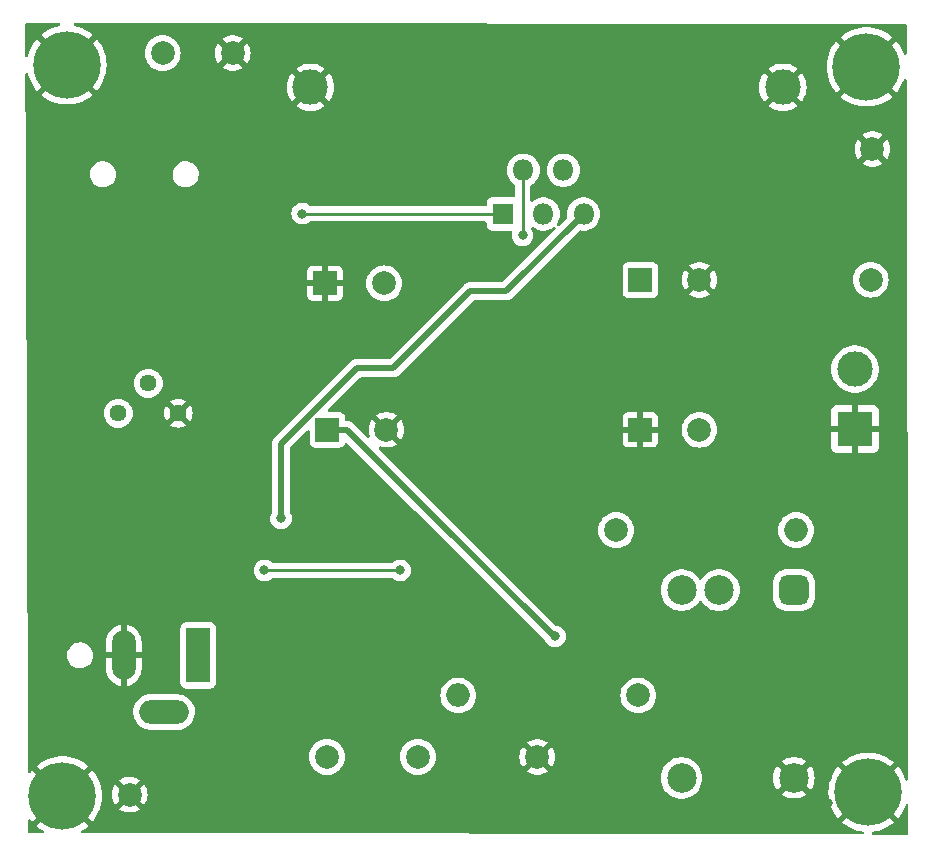
<source format=gbr>
%TF.GenerationSoftware,KiCad,Pcbnew,7.0.11-7.0.11~ubuntu22.04.1*%
%TF.CreationDate,2024-09-03T10:01:49-07:00*%
%TF.ProjectId,audio_pwr_amp_r3,61756469-6f5f-4707-9772-5f616d705f72,rev?*%
%TF.SameCoordinates,Original*%
%TF.FileFunction,Copper,L2,Bot*%
%TF.FilePolarity,Positive*%
%FSLAX46Y46*%
G04 Gerber Fmt 4.6, Leading zero omitted, Abs format (unit mm)*
G04 Created by KiCad (PCBNEW 7.0.11-7.0.11~ubuntu22.04.1) date 2024-09-03 10:01:49*
%MOMM*%
%LPD*%
G01*
G04 APERTURE LIST*
G04 Aperture macros list*
%AMRoundRect*
0 Rectangle with rounded corners*
0 $1 Rounding radius*
0 $2 $3 $4 $5 $6 $7 $8 $9 X,Y pos of 4 corners*
0 Add a 4 corners polygon primitive as box body*
4,1,4,$2,$3,$4,$5,$6,$7,$8,$9,$2,$3,0*
0 Add four circle primitives for the rounded corners*
1,1,$1+$1,$2,$3*
1,1,$1+$1,$4,$5*
1,1,$1+$1,$6,$7*
1,1,$1+$1,$8,$9*
0 Add four rect primitives between the rounded corners*
20,1,$1+$1,$2,$3,$4,$5,0*
20,1,$1+$1,$4,$5,$6,$7,0*
20,1,$1+$1,$6,$7,$8,$9,0*
20,1,$1+$1,$8,$9,$2,$3,0*%
G04 Aperture macros list end*
%TA.AperFunction,ComponentPad*%
%ADD10C,3.000000*%
%TD*%
%TA.AperFunction,ComponentPad*%
%ADD11C,2.000000*%
%TD*%
%TA.AperFunction,ComponentPad*%
%ADD12C,3.600000*%
%TD*%
%TA.AperFunction,ConnectorPad*%
%ADD13C,5.700000*%
%TD*%
%TA.AperFunction,ComponentPad*%
%ADD14R,2.000000X2.000000*%
%TD*%
%TA.AperFunction,ComponentPad*%
%ADD15R,3.000000X3.000000*%
%TD*%
%TA.AperFunction,ComponentPad*%
%ADD16RoundRect,0.625000X-0.625000X0.625000X-0.625000X-0.625000X0.625000X-0.625000X0.625000X0.625000X0*%
%TD*%
%TA.AperFunction,ComponentPad*%
%ADD17C,2.500000*%
%TD*%
%TA.AperFunction,ComponentPad*%
%ADD18C,1.440000*%
%TD*%
%TA.AperFunction,ComponentPad*%
%ADD19R,2.000000X4.600000*%
%TD*%
%TA.AperFunction,ComponentPad*%
%ADD20O,2.000000X4.200000*%
%TD*%
%TA.AperFunction,ComponentPad*%
%ADD21O,4.200000X2.000000*%
%TD*%
%TA.AperFunction,ComponentPad*%
%ADD22O,2.000000X2.000000*%
%TD*%
%TA.AperFunction,ComponentPad*%
%ADD23R,1.800000X1.800000*%
%TD*%
%TA.AperFunction,ComponentPad*%
%ADD24O,1.800000X1.800000*%
%TD*%
%TA.AperFunction,ViaPad*%
%ADD25C,0.800000*%
%TD*%
%TA.AperFunction,Conductor*%
%ADD26C,0.508000*%
%TD*%
%TA.AperFunction,Conductor*%
%ADD27C,0.250000*%
%TD*%
G04 APERTURE END LIST*
D10*
%TO.P,HS1,1*%
%TO.N,GND*%
X69413600Y-84223200D03*
X109413600Y-84223200D03*
%TD*%
D11*
%TO.P,-12Vt1,1,1*%
%TO.N,-12V*%
X78513600Y-140923200D03*
%TD*%
%TO.P,Input1,1,1*%
%TO.N,Net-(C4-Pad1)*%
X56896000Y-81330800D03*
%TD*%
%TO.P,GND6,1,1*%
%TO.N,GND*%
X88613600Y-140923200D03*
%TD*%
D12*
%TO.P,H4,1,1*%
%TO.N,GND*%
X116484400Y-82499200D03*
D13*
X116484400Y-82499200D03*
%TD*%
D14*
%TO.P,C5,1*%
%TO.N,GND*%
X70645923Y-100823200D03*
D11*
%TO.P,C5,2*%
%TO.N,-12V*%
X75645923Y-100823200D03*
%TD*%
D15*
%TO.P,J2,1,Pin_1*%
%TO.N,GND*%
X115513600Y-113163200D03*
D10*
%TO.P,J2,2,Pin_2*%
%TO.N,Net-(J2-Pin_2)*%
X115513600Y-108083200D03*
%TD*%
D16*
%TO.P,U2,1,VO*%
%TO.N,Net-(U2-VO)*%
X110350324Y-126805000D03*
D17*
%TO.P,U2,2,VI*%
%TO.N,Net-(U2-VI)*%
X104000324Y-126805000D03*
%TO.P,U2,3,NC*%
%TO.N,unconnected-(U2-NC-Pad3)*%
X100830324Y-126805000D03*
%TO.P,U2,4,Vo_Adj*%
%TO.N,Net-(U2-Vo_Adj)*%
X100830324Y-142695000D03*
%TO.P,U2,5,GND*%
%TO.N,GND*%
X110350324Y-142685000D03*
%TD*%
D11*
%TO.P,GND5,1,1*%
%TO.N,GND*%
X54113600Y-144123200D03*
%TD*%
%TO.P,OUTPUT2,1,1*%
%TO.N,Net-(J2-Pin_2)*%
X116840600Y-100523200D03*
%TD*%
%TO.P,+12Vt1,1,1*%
%TO.N,+12V*%
X70813600Y-140923200D03*
%TD*%
D14*
%TO.P,C1,1*%
%TO.N,+12V*%
X97345923Y-100533200D03*
D11*
%TO.P,C1,2*%
%TO.N,GND*%
X102345923Y-100533200D03*
%TD*%
%TO.P,GND4,1,1*%
%TO.N,GND*%
X62839600Y-81330800D03*
%TD*%
D12*
%TO.P,H3,1,1*%
%TO.N,GND*%
X116613600Y-143923200D03*
D13*
X116613600Y-143923200D03*
%TD*%
D18*
%TO.P,RV1,1,1*%
%TO.N,GND*%
X58213600Y-111823200D03*
%TO.P,RV1,2,2*%
%TO.N,Net-(C3-Pad2)*%
X55673600Y-109283200D03*
%TO.P,RV1,3,3*%
%TO.N,Net-(R2-Pad1)*%
X53133600Y-111823200D03*
%TD*%
D11*
%TO.P,GND3,1,1*%
%TO.N,GND*%
X116992400Y-89458800D03*
%TD*%
D14*
%TO.P,C12,1*%
%TO.N,Net-(U2-VI)*%
X70845923Y-113223200D03*
D11*
%TO.P,C12,2*%
%TO.N,GND*%
X75845923Y-113223200D03*
%TD*%
D19*
%TO.P,J3,1*%
%TO.N,Net-(Q1-D)*%
X59913600Y-132323200D03*
D20*
%TO.P,J3,2*%
%TO.N,GND*%
X53613600Y-132323200D03*
D21*
%TO.P,J3,3*%
%TO.N,N/C*%
X57013600Y-137123200D03*
%TD*%
D12*
%TO.P,H1,1,1*%
%TO.N,GND*%
X48412400Y-144221200D03*
D13*
X48412400Y-144221200D03*
%TD*%
D11*
%TO.P,FB2,1*%
%TO.N,-12V*%
X95288600Y-121723200D03*
D22*
%TO.P,FB2,2*%
%TO.N,Net-(U2-VO)*%
X110528600Y-121723200D03*
%TD*%
D11*
%TO.P,FB1,1*%
%TO.N,Net-(U2-VI)*%
X97166524Y-135718600D03*
D22*
%TO.P,FB1,2*%
%TO.N,+12V*%
X81926524Y-135718600D03*
%TD*%
D23*
%TO.P,U1,1,+*%
%TO.N,Net-(U1-+)*%
X85734000Y-94951300D03*
D24*
%TO.P,U1,2,-*%
%TO.N,Net-(U1--)*%
X87434000Y-91251300D03*
%TO.P,U1,3,V-*%
%TO.N,-12V*%
X89134000Y-94951300D03*
%TO.P,U1,4*%
%TO.N,Net-(J2-Pin_2)*%
X90834000Y-91251300D03*
%TO.P,U1,5,V+*%
%TO.N,+12V*%
X92534000Y-94951300D03*
%TD*%
D12*
%TO.P,H2,1,1*%
%TO.N,GND*%
X48793400Y-82321400D03*
D13*
X48793400Y-82321400D03*
%TD*%
D14*
%TO.P,C15,1*%
%TO.N,GND*%
X97345923Y-113223200D03*
D11*
%TO.P,C15,2*%
%TO.N,Net-(U2-VO)*%
X102345923Y-113223200D03*
%TD*%
D25*
%TO.N,GND*%
X107315000Y-111429800D03*
X90513600Y-125923200D03*
X87786000Y-80126100D03*
X94113600Y-96723200D03*
X91813600Y-110823200D03*
X116413600Y-118123200D03*
X57913600Y-89423200D03*
X80242200Y-80557900D03*
X103113600Y-95223200D03*
X107596924Y-142314200D03*
X55313600Y-112523200D03*
X74549000Y-121056400D03*
X113489724Y-140155200D03*
X66113600Y-82123200D03*
X62813600Y-95923200D03*
X85091524Y-127868600D03*
X108000800Y-80975200D03*
X109805000Y-145590800D03*
X70815200Y-92303600D03*
X85513600Y-89123200D03*
X90857600Y-99346300D03*
X81613600Y-114223200D03*
X70713600Y-88011000D03*
X80928000Y-89854300D03*
X106606324Y-131544600D03*
X73313600Y-87723200D03*
X113794524Y-136065800D03*
X68713600Y-117523200D03*
X61313600Y-87723200D03*
X79023000Y-88076300D03*
X93013600Y-107723200D03*
X91113600Y-119923200D03*
X93713600Y-93223200D03*
X96752200Y-80278500D03*
X111203724Y-140155200D03*
X79913600Y-107323200D03*
X107596924Y-143584200D03*
X83713600Y-106923200D03*
X107749324Y-140180600D03*
X112420400Y-96367600D03*
X55313600Y-92523200D03*
X113261124Y-144803400D03*
X109578124Y-140079000D03*
X62148000Y-133364600D03*
X69313600Y-137423200D03*
X49735600Y-129343600D03*
X112413600Y-116823200D03*
X113184924Y-142746000D03*
X53002200Y-141503400D03*
X49585400Y-111861552D03*
X99313600Y-132223200D03*
X77397400Y-91606900D03*
X98813600Y-88923200D03*
X101526324Y-138123200D03*
X108941524Y-118318600D03*
X83713600Y-98123200D03*
X74113600Y-93023200D03*
X61513600Y-100584000D03*
X110813600Y-112723200D03*
X90313600Y-89123200D03*
X97313600Y-87023200D03*
X65713600Y-141223200D03*
X110813600Y-115123200D03*
X49985600Y-134593600D03*
X118413600Y-116723200D03*
X47563600Y-102273200D03*
X93113600Y-115023200D03*
X111913200Y-145590800D03*
X107513600Y-104523200D03*
X97341524Y-121368600D03*
X59283600Y-140360400D03*
%TO.N,+12V*%
X66913600Y-120723200D03*
%TO.N,Net-(U1-+)*%
X68713600Y-94923200D03*
%TO.N,-12V*%
X65513600Y-125123200D03*
X77013600Y-125123200D03*
%TO.N,Net-(U1--)*%
X87370200Y-96766600D03*
%TO.N,Net-(U2-VI)*%
X90113600Y-130723200D03*
%TD*%
D26*
%TO.N,+12V*%
X66913600Y-120853000D02*
X66913600Y-120723200D01*
X66932300Y-120834300D02*
X66913600Y-120853000D01*
X76413600Y-108023200D02*
X82933500Y-101503300D01*
X66913600Y-114423200D02*
X73313600Y-108023200D01*
X82933500Y-101503300D02*
X85982000Y-101503300D01*
X73313600Y-108023200D02*
X76413600Y-108023200D01*
X85982000Y-101503300D02*
X92534000Y-94951300D01*
X66913600Y-120723200D02*
X66913600Y-114423200D01*
D27*
%TO.N,Net-(U1-+)*%
X85734000Y-94951300D02*
X68741700Y-94951300D01*
X68741700Y-94951300D02*
X68713600Y-94923200D01*
%TO.N,-12V*%
X65513600Y-125123200D02*
X76913600Y-125123200D01*
%TO.N,Net-(U1--)*%
X87379600Y-96757200D02*
X87379600Y-90848500D01*
X87370200Y-96766600D02*
X87379600Y-96757200D01*
X87430400Y-90895700D02*
X87325200Y-91000900D01*
D26*
%TO.N,Net-(U2-VI)*%
X90113600Y-130723200D02*
X90013600Y-130723200D01*
X72513600Y-113223200D02*
X70845923Y-113223200D01*
X78713600Y-119423200D02*
X72513600Y-113223200D01*
X90013600Y-130723200D02*
X78713600Y-119423200D01*
%TD*%
%TA.AperFunction,Conductor*%
%TO.N,GND*%
G36*
X119152628Y-146108675D02*
G01*
X119152629Y-146108675D01*
X119284427Y-145953511D01*
X119284438Y-145953497D01*
X119488281Y-145652851D01*
X119488283Y-145652847D01*
X119658438Y-145331902D01*
X119658447Y-145331884D01*
X119792897Y-144994439D01*
X119793420Y-144992889D01*
X119793641Y-144992572D01*
X119794144Y-144991311D01*
X119794441Y-144991429D01*
X119833484Y-144935647D01*
X119898135Y-144909152D01*
X119966847Y-144921815D01*
X120017806Y-144969617D01*
X120034927Y-145032215D01*
X120040123Y-147373355D01*
X120020587Y-147440438D01*
X119967885Y-147486310D01*
X119915954Y-147497630D01*
X117054374Y-147493729D01*
X116987361Y-147473953D01*
X116941679Y-147421087D01*
X116931829Y-147351915D01*
X116960941Y-147288399D01*
X117019770Y-147250704D01*
X117041136Y-147246456D01*
X117156364Y-147233924D01*
X117511138Y-147155832D01*
X117855389Y-147039840D01*
X117855394Y-147039839D01*
X118185064Y-146887316D01*
X118185077Y-146887309D01*
X118496317Y-146700043D01*
X118496333Y-146700032D01*
X118785529Y-146480192D01*
X118801710Y-146464864D01*
X118801710Y-146464863D01*
X117557780Y-145220933D01*
X117748470Y-145058070D01*
X117911333Y-144867380D01*
X119152628Y-146108675D01*
G37*
%TD.AperFunction*%
%TA.AperFunction,Conductor*%
G36*
X119764360Y-78841515D02*
G01*
X119831384Y-78861245D01*
X119877103Y-78914080D01*
X119888274Y-78965240D01*
X119893586Y-81358437D01*
X119874050Y-81425520D01*
X119821348Y-81471392D01*
X119752211Y-81481489D01*
X119688591Y-81452605D01*
X119654393Y-81404609D01*
X119529247Y-81090515D01*
X119529238Y-81090497D01*
X119359083Y-80769552D01*
X119359081Y-80769548D01*
X119155229Y-80468890D01*
X119155222Y-80468880D01*
X119023429Y-80313723D01*
X119023428Y-80313723D01*
X117782132Y-81555018D01*
X117619270Y-81364330D01*
X117428580Y-81201466D01*
X118672510Y-79957536D01*
X118672510Y-79957534D01*
X118656329Y-79942207D01*
X118656328Y-79942206D01*
X118367133Y-79722367D01*
X118367117Y-79722356D01*
X118055877Y-79535090D01*
X118055864Y-79535083D01*
X117726194Y-79382560D01*
X117726189Y-79382559D01*
X117381938Y-79266567D01*
X117027164Y-79188475D01*
X116666033Y-79149200D01*
X116302766Y-79149200D01*
X115941635Y-79188475D01*
X115586861Y-79266567D01*
X115242610Y-79382559D01*
X115242605Y-79382560D01*
X114912935Y-79535083D01*
X114912922Y-79535090D01*
X114601682Y-79722356D01*
X114601666Y-79722367D01*
X114312475Y-79942202D01*
X114296288Y-79957535D01*
X114296287Y-79957535D01*
X115540219Y-81201466D01*
X115349530Y-81364330D01*
X115186666Y-81555018D01*
X113945370Y-80313722D01*
X113945369Y-80313723D01*
X113813577Y-80468880D01*
X113813570Y-80468890D01*
X113609718Y-80769548D01*
X113609716Y-80769552D01*
X113439561Y-81090497D01*
X113439552Y-81090515D01*
X113305097Y-81427972D01*
X113305095Y-81427979D01*
X113207919Y-81777977D01*
X113207917Y-81777985D01*
X113149146Y-82136471D01*
X113129480Y-82499197D01*
X113129480Y-82499202D01*
X113149146Y-82861928D01*
X113207917Y-83220414D01*
X113207919Y-83220422D01*
X113305095Y-83570420D01*
X113305097Y-83570427D01*
X113439552Y-83907884D01*
X113439561Y-83907902D01*
X113609716Y-84228847D01*
X113609718Y-84228851D01*
X113813570Y-84529509D01*
X113813577Y-84529519D01*
X113945369Y-84684675D01*
X113945370Y-84684675D01*
X115186666Y-83443380D01*
X115349530Y-83634070D01*
X115540218Y-83796932D01*
X114296288Y-85040862D01*
X114296288Y-85040864D01*
X114312470Y-85056192D01*
X114312471Y-85056193D01*
X114601666Y-85276032D01*
X114601682Y-85276043D01*
X114912922Y-85463309D01*
X114912935Y-85463316D01*
X115242605Y-85615839D01*
X115242610Y-85615840D01*
X115586861Y-85731832D01*
X115941635Y-85809924D01*
X116302766Y-85849199D01*
X116302774Y-85849200D01*
X116666026Y-85849200D01*
X116666033Y-85849199D01*
X117027164Y-85809924D01*
X117381938Y-85731832D01*
X117726189Y-85615840D01*
X117726194Y-85615839D01*
X118055864Y-85463316D01*
X118055877Y-85463309D01*
X118367117Y-85276043D01*
X118367133Y-85276032D01*
X118656329Y-85056192D01*
X118672510Y-85040864D01*
X118672510Y-85040863D01*
X117428580Y-83796933D01*
X117619270Y-83634070D01*
X117782133Y-83443380D01*
X119023428Y-84684675D01*
X119023429Y-84684675D01*
X119155227Y-84529511D01*
X119155238Y-84529497D01*
X119359081Y-84228851D01*
X119359083Y-84228847D01*
X119529238Y-83907902D01*
X119529247Y-83907884D01*
X119659428Y-83581152D01*
X119702528Y-83526160D01*
X119768517Y-83503199D01*
X119836444Y-83519560D01*
X119884743Y-83570048D01*
X119898621Y-83626774D01*
X120029973Y-142800474D01*
X120010437Y-142867557D01*
X119957735Y-142913429D01*
X119888598Y-142923526D01*
X119824978Y-142894642D01*
X119790780Y-142846646D01*
X119658447Y-142514515D01*
X119658438Y-142514497D01*
X119488283Y-142193550D01*
X119488281Y-142193548D01*
X119284429Y-141892890D01*
X119284422Y-141892880D01*
X119152629Y-141737723D01*
X119152628Y-141737723D01*
X117911332Y-142979018D01*
X117748470Y-142788330D01*
X117557780Y-142625466D01*
X118801710Y-141381536D01*
X118801710Y-141381534D01*
X118785529Y-141366207D01*
X118785528Y-141366206D01*
X118496333Y-141146367D01*
X118496317Y-141146356D01*
X118185077Y-140959090D01*
X118185064Y-140959083D01*
X117855394Y-140806560D01*
X117855389Y-140806559D01*
X117511138Y-140690567D01*
X117156364Y-140612475D01*
X116795233Y-140573200D01*
X116431966Y-140573200D01*
X116070835Y-140612475D01*
X115716061Y-140690567D01*
X115371810Y-140806559D01*
X115371805Y-140806560D01*
X115042135Y-140959083D01*
X115042122Y-140959090D01*
X114730882Y-141146356D01*
X114730866Y-141146367D01*
X114441675Y-141366202D01*
X114425488Y-141381535D01*
X114425487Y-141381535D01*
X115669419Y-142625466D01*
X115478730Y-142788330D01*
X115315866Y-142979018D01*
X114074570Y-141737722D01*
X114074569Y-141737723D01*
X113942777Y-141892880D01*
X113942770Y-141892890D01*
X113738918Y-142193548D01*
X113738917Y-142193550D01*
X113568761Y-142514497D01*
X113568752Y-142514515D01*
X113434297Y-142851972D01*
X113434295Y-142851979D01*
X113337119Y-143201977D01*
X113337117Y-143201985D01*
X113278346Y-143560471D01*
X113258680Y-143923197D01*
X113258680Y-143923202D01*
X113278346Y-144285928D01*
X113337117Y-144644414D01*
X113337119Y-144644422D01*
X113434295Y-144994420D01*
X113434297Y-144994427D01*
X113568752Y-145331884D01*
X113568761Y-145331902D01*
X113738916Y-145652847D01*
X113738918Y-145652851D01*
X113942770Y-145953509D01*
X113942777Y-145953519D01*
X114074569Y-146108675D01*
X114074570Y-146108675D01*
X115315866Y-144867380D01*
X115478730Y-145058070D01*
X115669418Y-145220932D01*
X114425488Y-146464862D01*
X114425488Y-146464864D01*
X114441670Y-146480192D01*
X114441671Y-146480193D01*
X114730866Y-146700032D01*
X114730882Y-146700043D01*
X115042122Y-146887309D01*
X115042135Y-146887316D01*
X115371805Y-147039839D01*
X115371810Y-147039840D01*
X115716061Y-147155832D01*
X116070835Y-147233924D01*
X116174866Y-147245238D01*
X116239385Y-147272055D01*
X116279162Y-147329496D01*
X116281570Y-147399324D01*
X116245844Y-147459370D01*
X116183327Y-147490568D01*
X116161291Y-147492511D01*
X50069497Y-147402406D01*
X50002484Y-147382630D01*
X49956802Y-147329764D01*
X49946952Y-147260592D01*
X49976064Y-147197076D01*
X50005738Y-147172155D01*
X50295130Y-146998034D01*
X50295133Y-146998032D01*
X50584329Y-146778192D01*
X50600510Y-146762864D01*
X50600510Y-146762863D01*
X49356580Y-145518933D01*
X49547270Y-145356070D01*
X49710133Y-145165380D01*
X50951428Y-146406675D01*
X50951429Y-146406675D01*
X51083227Y-146251511D01*
X51083238Y-146251497D01*
X51287083Y-145950850D01*
X51287083Y-145950847D01*
X51457238Y-145629902D01*
X51457247Y-145629884D01*
X51591702Y-145292427D01*
X51591704Y-145292420D01*
X51688880Y-144942422D01*
X51688882Y-144942414D01*
X51747653Y-144583928D01*
X51767320Y-144221202D01*
X51767320Y-144221197D01*
X51762007Y-144123205D01*
X52608459Y-144123205D01*
X52628985Y-144370929D01*
X52628987Y-144370938D01*
X52690012Y-144611917D01*
X52789866Y-144839564D01*
X52890164Y-144993082D01*
X53630523Y-144252723D01*
X53654107Y-144333044D01*
X53731839Y-144453998D01*
X53840500Y-144548152D01*
X53971285Y-144607880D01*
X53981066Y-144609286D01*
X53243542Y-145346809D01*
X53290368Y-145383255D01*
X53290370Y-145383256D01*
X53508985Y-145501564D01*
X53508996Y-145501569D01*
X53744106Y-145582283D01*
X53989307Y-145623200D01*
X54237893Y-145623200D01*
X54483093Y-145582283D01*
X54718203Y-145501569D01*
X54718214Y-145501564D01*
X54936828Y-145383257D01*
X54936831Y-145383255D01*
X54983656Y-145346809D01*
X54246133Y-144609286D01*
X54255915Y-144607880D01*
X54386700Y-144548152D01*
X54495361Y-144453998D01*
X54573093Y-144333044D01*
X54596676Y-144252724D01*
X55337034Y-144993082D01*
X55437331Y-144839569D01*
X55537187Y-144611917D01*
X55598212Y-144370938D01*
X55598214Y-144370929D01*
X55618741Y-144123205D01*
X55618741Y-144123194D01*
X55598214Y-143875470D01*
X55598212Y-143875461D01*
X55537187Y-143634482D01*
X55437331Y-143406830D01*
X55337034Y-143253316D01*
X54596676Y-143993675D01*
X54573093Y-143913356D01*
X54495361Y-143792402D01*
X54386700Y-143698248D01*
X54255915Y-143638520D01*
X54246134Y-143637113D01*
X54983657Y-142899590D01*
X54983656Y-142899589D01*
X54936829Y-142863143D01*
X54718214Y-142744835D01*
X54718203Y-142744830D01*
X54573066Y-142695004D01*
X99066893Y-142695004D01*
X99086588Y-142957823D01*
X99144786Y-143212806D01*
X99145237Y-143214780D01*
X99241528Y-143460124D01*
X99373309Y-143688376D01*
X99456267Y-143792402D01*
X99537641Y-143894442D01*
X99651057Y-143999676D01*
X99730843Y-144073706D01*
X99948609Y-144222176D01*
X100186070Y-144336532D01*
X100437924Y-144414218D01*
X100437925Y-144414218D01*
X100437928Y-144414219D01*
X100698535Y-144453499D01*
X100698540Y-144453499D01*
X100698543Y-144453500D01*
X100698544Y-144453500D01*
X100962104Y-144453500D01*
X100962105Y-144453500D01*
X100962112Y-144453499D01*
X101222719Y-144414219D01*
X101222720Y-144414218D01*
X101222724Y-144414218D01*
X101474578Y-144336532D01*
X101712040Y-144222176D01*
X101929805Y-144073706D01*
X102123010Y-143894438D01*
X102287339Y-143688376D01*
X102419120Y-143460124D01*
X102515411Y-143214780D01*
X102574059Y-142957826D01*
X102588135Y-142769995D01*
X102593755Y-142695004D01*
X102593755Y-142694995D01*
X102593006Y-142685004D01*
X108595417Y-142685004D01*
X108615016Y-142946545D01*
X108615017Y-142946550D01*
X108673382Y-143202270D01*
X108769207Y-143446426D01*
X108769206Y-143446426D01*
X108900351Y-143673573D01*
X108948198Y-143733571D01*
X109710183Y-142971586D01*
X109770004Y-143085566D01*
X109882729Y-143212806D01*
X110022629Y-143309371D01*
X110063865Y-143325010D01*
X109301154Y-144087720D01*
X109472870Y-144204793D01*
X109472874Y-144204795D01*
X109709178Y-144318594D01*
X109709182Y-144318595D01*
X109959818Y-144395907D01*
X109959824Y-144395909D01*
X110219172Y-144434999D01*
X110219181Y-144435000D01*
X110481467Y-144435000D01*
X110481475Y-144434999D01*
X110740823Y-144395909D01*
X110740829Y-144395907D01*
X110991467Y-144318595D01*
X111227769Y-144204798D01*
X111227771Y-144204797D01*
X111399492Y-144087720D01*
X110636781Y-143325010D01*
X110678019Y-143309371D01*
X110817919Y-143212806D01*
X110930644Y-143085566D01*
X110990464Y-142971587D01*
X111752449Y-143733572D01*
X111800295Y-143673573D01*
X111931440Y-143446426D01*
X112027265Y-143202270D01*
X112085630Y-142946550D01*
X112085631Y-142946545D01*
X112105231Y-142685004D01*
X112105231Y-142684995D01*
X112085631Y-142423454D01*
X112085630Y-142423449D01*
X112027265Y-142167729D01*
X111931440Y-141923573D01*
X111931441Y-141923573D01*
X111800296Y-141696426D01*
X111752448Y-141636427D01*
X110990463Y-142398412D01*
X110930644Y-142284434D01*
X110817919Y-142157194D01*
X110678019Y-142060629D01*
X110636781Y-142044989D01*
X111399492Y-141282278D01*
X111227778Y-141165206D01*
X111227769Y-141165201D01*
X110991466Y-141051404D01*
X110991468Y-141051404D01*
X110740829Y-140974092D01*
X110740823Y-140974090D01*
X110481475Y-140935000D01*
X110219172Y-140935000D01*
X109959824Y-140974090D01*
X109959818Y-140974092D01*
X109709182Y-141051404D01*
X109709178Y-141051405D01*
X109472871Y-141165205D01*
X109472863Y-141165210D01*
X109301154Y-141282277D01*
X110063866Y-142044989D01*
X110022629Y-142060629D01*
X109882729Y-142157194D01*
X109770004Y-142284434D01*
X109710184Y-142398412D01*
X108948199Y-141636427D01*
X108948198Y-141636427D01*
X108900352Y-141696425D01*
X108769207Y-141923573D01*
X108673382Y-142167729D01*
X108615017Y-142423449D01*
X108615016Y-142423454D01*
X108595417Y-142684995D01*
X108595417Y-142685004D01*
X102593006Y-142685004D01*
X102574059Y-142432176D01*
X102574059Y-142432174D01*
X102515411Y-142175220D01*
X102419120Y-141929876D01*
X102287339Y-141701624D01*
X102123010Y-141495562D01*
X102123009Y-141495561D01*
X102123006Y-141495557D01*
X101929805Y-141316294D01*
X101842969Y-141257090D01*
X101712040Y-141167824D01*
X101712036Y-141167822D01*
X101712035Y-141167821D01*
X101580669Y-141104559D01*
X101474578Y-141053468D01*
X101474572Y-141053466D01*
X101474564Y-141053463D01*
X101222729Y-140975783D01*
X101222719Y-140975780D01*
X100962112Y-140936500D01*
X100962105Y-140936500D01*
X100698543Y-140936500D01*
X100698535Y-140936500D01*
X100437928Y-140975780D01*
X100437922Y-140975782D01*
X100186069Y-141053468D01*
X99948612Y-141167822D01*
X99948608Y-141167824D01*
X99730845Y-141316292D01*
X99537641Y-141495557D01*
X99373309Y-141701624D01*
X99241528Y-141929875D01*
X99145239Y-142175214D01*
X99145234Y-142175231D01*
X99086588Y-142432176D01*
X99066893Y-142694995D01*
X99066893Y-142695004D01*
X54573066Y-142695004D01*
X54483093Y-142664116D01*
X54237893Y-142623200D01*
X53989307Y-142623200D01*
X53744106Y-142664116D01*
X53508996Y-142744830D01*
X53508990Y-142744832D01*
X53290361Y-142863149D01*
X53243542Y-142899588D01*
X53243542Y-142899590D01*
X53981066Y-143637113D01*
X53971285Y-143638520D01*
X53840500Y-143698248D01*
X53731839Y-143792402D01*
X53654107Y-143913356D01*
X53630523Y-143993675D01*
X52890164Y-143253316D01*
X52789867Y-143406832D01*
X52690012Y-143634482D01*
X52628987Y-143875461D01*
X52628985Y-143875470D01*
X52608459Y-144123194D01*
X52608459Y-144123205D01*
X51762007Y-144123205D01*
X51747653Y-143858471D01*
X51688882Y-143499985D01*
X51688880Y-143499977D01*
X51591704Y-143149979D01*
X51591702Y-143149972D01*
X51457247Y-142812515D01*
X51457238Y-142812497D01*
X51287083Y-142491552D01*
X51287081Y-142491548D01*
X51083229Y-142190890D01*
X51083222Y-142190880D01*
X50951429Y-142035723D01*
X50951428Y-142035723D01*
X49710132Y-143277018D01*
X49547270Y-143086330D01*
X49356580Y-142923466D01*
X50600510Y-141679536D01*
X50600510Y-141679534D01*
X50584329Y-141664207D01*
X50584328Y-141664206D01*
X50295133Y-141444367D01*
X50295117Y-141444356D01*
X49983877Y-141257090D01*
X49983864Y-141257083D01*
X49654194Y-141104560D01*
X49654189Y-141104559D01*
X49309938Y-140988567D01*
X49012974Y-140923200D01*
X69300435Y-140923200D01*
X69319065Y-141159914D01*
X69374495Y-141390795D01*
X69374495Y-141390797D01*
X69465357Y-141610159D01*
X69465359Y-141610162D01*
X69589420Y-141812610D01*
X69589421Y-141812613D01*
X69589424Y-141812616D01*
X69743631Y-141993169D01*
X69883397Y-142112540D01*
X69924186Y-142147378D01*
X69924188Y-142147378D01*
X69999533Y-142193550D01*
X70126637Y-142271440D01*
X70126640Y-142271442D01*
X70346003Y-142362304D01*
X70346004Y-142362304D01*
X70346006Y-142362305D01*
X70576889Y-142417735D01*
X70813600Y-142436365D01*
X71050311Y-142417735D01*
X71281194Y-142362305D01*
X71281196Y-142362304D01*
X71281197Y-142362304D01*
X71500559Y-142271442D01*
X71500560Y-142271441D01*
X71500563Y-142271440D01*
X71703016Y-142147376D01*
X71883569Y-141993169D01*
X72037776Y-141812616D01*
X72161840Y-141610163D01*
X72230515Y-141444367D01*
X72252704Y-141390797D01*
X72252704Y-141390796D01*
X72252705Y-141390794D01*
X72308135Y-141159911D01*
X72326765Y-140923200D01*
X77000435Y-140923200D01*
X77019065Y-141159914D01*
X77074495Y-141390795D01*
X77074495Y-141390797D01*
X77165357Y-141610159D01*
X77165359Y-141610162D01*
X77289420Y-141812610D01*
X77289421Y-141812613D01*
X77289424Y-141812616D01*
X77443631Y-141993169D01*
X77583397Y-142112540D01*
X77624186Y-142147378D01*
X77624188Y-142147378D01*
X77699533Y-142193550D01*
X77826637Y-142271440D01*
X77826640Y-142271442D01*
X78046003Y-142362304D01*
X78046004Y-142362304D01*
X78046006Y-142362305D01*
X78276889Y-142417735D01*
X78513600Y-142436365D01*
X78750311Y-142417735D01*
X78981194Y-142362305D01*
X78981196Y-142362304D01*
X78981197Y-142362304D01*
X79200559Y-142271442D01*
X79200560Y-142271441D01*
X79200563Y-142271440D01*
X79403016Y-142147376D01*
X79583569Y-141993169D01*
X79737776Y-141812616D01*
X79861840Y-141610163D01*
X79930515Y-141444367D01*
X79952704Y-141390797D01*
X79952704Y-141390796D01*
X79952705Y-141390794D01*
X80008135Y-141159911D01*
X80026765Y-140923205D01*
X87108459Y-140923205D01*
X87128985Y-141170929D01*
X87128987Y-141170938D01*
X87190012Y-141411917D01*
X87289866Y-141639564D01*
X87390164Y-141793082D01*
X88130523Y-141052723D01*
X88154107Y-141133044D01*
X88231839Y-141253998D01*
X88340500Y-141348152D01*
X88471285Y-141407880D01*
X88481066Y-141409286D01*
X87743542Y-142146809D01*
X87790368Y-142183255D01*
X87790370Y-142183256D01*
X88008985Y-142301564D01*
X88008996Y-142301569D01*
X88244106Y-142382283D01*
X88489307Y-142423200D01*
X88737893Y-142423200D01*
X88983093Y-142382283D01*
X89218203Y-142301569D01*
X89218214Y-142301564D01*
X89436828Y-142183257D01*
X89436831Y-142183255D01*
X89483656Y-142146809D01*
X88746133Y-141409286D01*
X88755915Y-141407880D01*
X88886700Y-141348152D01*
X88995361Y-141253998D01*
X89073093Y-141133044D01*
X89096676Y-141052724D01*
X89837034Y-141793082D01*
X89937331Y-141639569D01*
X90037187Y-141411917D01*
X90098212Y-141170938D01*
X90098214Y-141170929D01*
X90118741Y-140923205D01*
X90118741Y-140923194D01*
X90098214Y-140675470D01*
X90098212Y-140675461D01*
X90037187Y-140434482D01*
X89937331Y-140206830D01*
X89837034Y-140053316D01*
X89096676Y-140793675D01*
X89073093Y-140713356D01*
X88995361Y-140592402D01*
X88886700Y-140498248D01*
X88755915Y-140438520D01*
X88746134Y-140437113D01*
X89483657Y-139699590D01*
X89483656Y-139699589D01*
X89436829Y-139663143D01*
X89218214Y-139544835D01*
X89218203Y-139544830D01*
X88983093Y-139464116D01*
X88737893Y-139423200D01*
X88489307Y-139423200D01*
X88244106Y-139464116D01*
X88008996Y-139544830D01*
X88008990Y-139544832D01*
X87790361Y-139663149D01*
X87743542Y-139699588D01*
X87743542Y-139699590D01*
X88481066Y-140437113D01*
X88471285Y-140438520D01*
X88340500Y-140498248D01*
X88231839Y-140592402D01*
X88154107Y-140713356D01*
X88130523Y-140793675D01*
X87390164Y-140053316D01*
X87289867Y-140206832D01*
X87190012Y-140434482D01*
X87128987Y-140675461D01*
X87128985Y-140675470D01*
X87108459Y-140923194D01*
X87108459Y-140923205D01*
X80026765Y-140923205D01*
X80026765Y-140923200D01*
X80008135Y-140686489D01*
X79952705Y-140455606D01*
X79952704Y-140455603D01*
X79952704Y-140455602D01*
X79861842Y-140236240D01*
X79861840Y-140236237D01*
X79737779Y-140033789D01*
X79737778Y-140033786D01*
X79702940Y-139992997D01*
X79583569Y-139853231D01*
X79403678Y-139699589D01*
X79403013Y-139699021D01*
X79403010Y-139699020D01*
X79200562Y-139574959D01*
X79200559Y-139574957D01*
X78981196Y-139484095D01*
X78750314Y-139428665D01*
X78513600Y-139410035D01*
X78276885Y-139428665D01*
X78046004Y-139484095D01*
X78046002Y-139484095D01*
X77826640Y-139574957D01*
X77826637Y-139574959D01*
X77624189Y-139699020D01*
X77624186Y-139699021D01*
X77443631Y-139853231D01*
X77289421Y-140033786D01*
X77289420Y-140033789D01*
X77165359Y-140236237D01*
X77165357Y-140236240D01*
X77074495Y-140455602D01*
X77074495Y-140455604D01*
X77019065Y-140686485D01*
X77000435Y-140923200D01*
X72326765Y-140923200D01*
X72308135Y-140686489D01*
X72252705Y-140455606D01*
X72252704Y-140455603D01*
X72252704Y-140455602D01*
X72161842Y-140236240D01*
X72161840Y-140236237D01*
X72037779Y-140033789D01*
X72037778Y-140033786D01*
X72002940Y-139992997D01*
X71883569Y-139853231D01*
X71703678Y-139699589D01*
X71703013Y-139699021D01*
X71703010Y-139699020D01*
X71500562Y-139574959D01*
X71500559Y-139574957D01*
X71281196Y-139484095D01*
X71050314Y-139428665D01*
X70813600Y-139410035D01*
X70576885Y-139428665D01*
X70346004Y-139484095D01*
X70346002Y-139484095D01*
X70126640Y-139574957D01*
X70126637Y-139574959D01*
X69924189Y-139699020D01*
X69924186Y-139699021D01*
X69743631Y-139853231D01*
X69589421Y-140033786D01*
X69589420Y-140033789D01*
X69465359Y-140236237D01*
X69465357Y-140236240D01*
X69374495Y-140455602D01*
X69374495Y-140455604D01*
X69319065Y-140686485D01*
X69300435Y-140923200D01*
X49012974Y-140923200D01*
X48955164Y-140910475D01*
X48594033Y-140871200D01*
X48230766Y-140871200D01*
X47869635Y-140910475D01*
X47514861Y-140988567D01*
X47170610Y-141104559D01*
X47170605Y-141104560D01*
X46840935Y-141257083D01*
X46840922Y-141257090D01*
X46529682Y-141444356D01*
X46529666Y-141444367D01*
X46240475Y-141664202D01*
X46224288Y-141679535D01*
X46224287Y-141679535D01*
X47468219Y-142923466D01*
X47277530Y-143086330D01*
X47114666Y-143277018D01*
X45873370Y-142035722D01*
X45873369Y-142035723D01*
X45741577Y-142190880D01*
X45741569Y-142190891D01*
X45723997Y-142216807D01*
X45670082Y-142261247D01*
X45600699Y-142269483D01*
X45537878Y-142238900D01*
X45501564Y-142179209D01*
X45497368Y-142147685D01*
X45478991Y-137184133D01*
X54401418Y-137184133D01*
X54430776Y-137425921D01*
X54498537Y-137659856D01*
X54498538Y-137659859D01*
X54602951Y-137879907D01*
X54741307Y-138080348D01*
X54741308Y-138080349D01*
X54910022Y-138256000D01*
X55104729Y-138402313D01*
X55104731Y-138402314D01*
X55104735Y-138402317D01*
X55217034Y-138461256D01*
X55320392Y-138515503D01*
X55320394Y-138515503D01*
X55320395Y-138515504D01*
X55435906Y-138554067D01*
X55551417Y-138592631D01*
X55791818Y-138631700D01*
X55791821Y-138631700D01*
X58174387Y-138631700D01*
X58174397Y-138631700D01*
X58356368Y-138617010D01*
X58592848Y-138558723D01*
X58816916Y-138463256D01*
X59022768Y-138333083D01*
X59205074Y-138171575D01*
X59359110Y-137982914D01*
X59480889Y-137771987D01*
X59567256Y-137544257D01*
X59615974Y-137305621D01*
X59621935Y-137157704D01*
X59625781Y-137062267D01*
X59625781Y-137062261D01*
X59596423Y-136820478D01*
X59528662Y-136586543D01*
X59528661Y-136586538D01*
X59424250Y-136366496D01*
X59424249Y-136366495D01*
X59424248Y-136366492D01*
X59285892Y-136166051D01*
X59285891Y-136166050D01*
X59117177Y-135990399D01*
X58922470Y-135844086D01*
X58922466Y-135844083D01*
X58922465Y-135844083D01*
X58895646Y-135830007D01*
X58706807Y-135730896D01*
X58706803Y-135730895D01*
X58669975Y-135718600D01*
X80413359Y-135718600D01*
X80431989Y-135955314D01*
X80487419Y-136186195D01*
X80487419Y-136186197D01*
X80578281Y-136405559D01*
X80578283Y-136405562D01*
X80702344Y-136608010D01*
X80702345Y-136608013D01*
X80702348Y-136608016D01*
X80856555Y-136788569D01*
X80996321Y-136907940D01*
X81037110Y-136942778D01*
X81037113Y-136942779D01*
X81239561Y-137066840D01*
X81239564Y-137066842D01*
X81458927Y-137157704D01*
X81458928Y-137157704D01*
X81458930Y-137157705D01*
X81689813Y-137213135D01*
X81926524Y-137231765D01*
X82163235Y-137213135D01*
X82394118Y-137157705D01*
X82394120Y-137157704D01*
X82394121Y-137157704D01*
X82613483Y-137066842D01*
X82613484Y-137066841D01*
X82613487Y-137066840D01*
X82815940Y-136942776D01*
X82996493Y-136788569D01*
X83150700Y-136608016D01*
X83274764Y-136405563D01*
X83333615Y-136263485D01*
X83365628Y-136186197D01*
X83365628Y-136186196D01*
X83365629Y-136186194D01*
X83421059Y-135955311D01*
X83439689Y-135718600D01*
X95653359Y-135718600D01*
X95671989Y-135955314D01*
X95727419Y-136186195D01*
X95727419Y-136186197D01*
X95818281Y-136405559D01*
X95818283Y-136405562D01*
X95942344Y-136608010D01*
X95942345Y-136608013D01*
X95942348Y-136608016D01*
X96096555Y-136788569D01*
X96236321Y-136907940D01*
X96277110Y-136942778D01*
X96277113Y-136942779D01*
X96479561Y-137066840D01*
X96479564Y-137066842D01*
X96698927Y-137157704D01*
X96698928Y-137157704D01*
X96698930Y-137157705D01*
X96929813Y-137213135D01*
X97166524Y-137231765D01*
X97403235Y-137213135D01*
X97634118Y-137157705D01*
X97634120Y-137157704D01*
X97634121Y-137157704D01*
X97853483Y-137066842D01*
X97853484Y-137066841D01*
X97853487Y-137066840D01*
X98055940Y-136942776D01*
X98236493Y-136788569D01*
X98390700Y-136608016D01*
X98514764Y-136405563D01*
X98573615Y-136263485D01*
X98605628Y-136186197D01*
X98605628Y-136186196D01*
X98605629Y-136186194D01*
X98661059Y-135955311D01*
X98679689Y-135718600D01*
X98661059Y-135481889D01*
X98605629Y-135251006D01*
X98605628Y-135251003D01*
X98605628Y-135251002D01*
X98514766Y-135031640D01*
X98514764Y-135031637D01*
X98390703Y-134829189D01*
X98390702Y-134829186D01*
X98256327Y-134671854D01*
X98236493Y-134648631D01*
X98098265Y-134530573D01*
X98055937Y-134494421D01*
X98055934Y-134494420D01*
X97853486Y-134370359D01*
X97853483Y-134370357D01*
X97634120Y-134279495D01*
X97403238Y-134224065D01*
X97166524Y-134205435D01*
X96929809Y-134224065D01*
X96698928Y-134279495D01*
X96698926Y-134279495D01*
X96479564Y-134370357D01*
X96479561Y-134370359D01*
X96277113Y-134494420D01*
X96277110Y-134494421D01*
X96096555Y-134648631D01*
X95942345Y-134829186D01*
X95942344Y-134829189D01*
X95818283Y-135031637D01*
X95818281Y-135031640D01*
X95727419Y-135251002D01*
X95727419Y-135251004D01*
X95671989Y-135481885D01*
X95653359Y-135718600D01*
X83439689Y-135718600D01*
X83421059Y-135481889D01*
X83365629Y-135251006D01*
X83365628Y-135251003D01*
X83365628Y-135251002D01*
X83274766Y-135031640D01*
X83274764Y-135031637D01*
X83150703Y-134829189D01*
X83150702Y-134829186D01*
X83016327Y-134671854D01*
X82996493Y-134648631D01*
X82858265Y-134530573D01*
X82815937Y-134494421D01*
X82815934Y-134494420D01*
X82613486Y-134370359D01*
X82613483Y-134370357D01*
X82394120Y-134279495D01*
X82163238Y-134224065D01*
X81926524Y-134205435D01*
X81689809Y-134224065D01*
X81458928Y-134279495D01*
X81458926Y-134279495D01*
X81239564Y-134370357D01*
X81239561Y-134370359D01*
X81037113Y-134494420D01*
X81037110Y-134494421D01*
X80856555Y-134648631D01*
X80702345Y-134829186D01*
X80702344Y-134829189D01*
X80578283Y-135031637D01*
X80578281Y-135031640D01*
X80487419Y-135251002D01*
X80487419Y-135251004D01*
X80431989Y-135481885D01*
X80413359Y-135718600D01*
X58669975Y-135718600D01*
X58475782Y-135653768D01*
X58235382Y-135614700D01*
X58235379Y-135614700D01*
X55852803Y-135614700D01*
X55852793Y-135614700D01*
X55670832Y-135629389D01*
X55434349Y-135687677D01*
X55210292Y-135783139D01*
X55210284Y-135783143D01*
X55210284Y-135783144D01*
X55004432Y-135913317D01*
X54822126Y-136074825D01*
X54822124Y-136074826D01*
X54822122Y-136074829D01*
X54668089Y-136263485D01*
X54668087Y-136263489D01*
X54546315Y-136474403D01*
X54546310Y-136474413D01*
X54459945Y-136702138D01*
X54411226Y-136940774D01*
X54411225Y-136940782D01*
X54401418Y-137184132D01*
X54401418Y-137184133D01*
X45478991Y-137184133D01*
X45465297Y-133485254D01*
X52113600Y-133485254D01*
X52128985Y-133670930D01*
X52128987Y-133670938D01*
X52190012Y-133911917D01*
X52289867Y-134139567D01*
X52425832Y-134347678D01*
X52594192Y-134530564D01*
X52594202Y-134530573D01*
X52790362Y-134683251D01*
X52790371Y-134683257D01*
X53008985Y-134801564D01*
X53008996Y-134801569D01*
X53244107Y-134882283D01*
X53363599Y-134902223D01*
X53363600Y-134902222D01*
X53363600Y-133856886D01*
X53403756Y-133882693D01*
X53541711Y-133923200D01*
X53685489Y-133923200D01*
X53823444Y-133882693D01*
X53863600Y-133856886D01*
X53863600Y-134902223D01*
X53983092Y-134882283D01*
X54218203Y-134801569D01*
X54218214Y-134801564D01*
X54436828Y-134683257D01*
X54436837Y-134683251D01*
X54451480Y-134671854D01*
X58405100Y-134671854D01*
X58411611Y-134732402D01*
X58411611Y-134732404D01*
X58447710Y-134829186D01*
X58462711Y-134869404D01*
X58550339Y-134986461D01*
X58667396Y-135074089D01*
X58804399Y-135125189D01*
X58831650Y-135128118D01*
X58864945Y-135131699D01*
X58864962Y-135131700D01*
X60962238Y-135131700D01*
X60962254Y-135131699D01*
X60989292Y-135128791D01*
X61022801Y-135125189D01*
X61159804Y-135074089D01*
X61276861Y-134986461D01*
X61364489Y-134869404D01*
X61415589Y-134732401D01*
X61419191Y-134698892D01*
X61422099Y-134671854D01*
X61422100Y-134671837D01*
X61422100Y-129974562D01*
X61422099Y-129974545D01*
X61417533Y-129932082D01*
X61415589Y-129913999D01*
X61364489Y-129776996D01*
X61276861Y-129659939D01*
X61159804Y-129572311D01*
X61022803Y-129521211D01*
X60962254Y-129514700D01*
X60962238Y-129514700D01*
X58864962Y-129514700D01*
X58864945Y-129514700D01*
X58804397Y-129521211D01*
X58804395Y-129521211D01*
X58667395Y-129572311D01*
X58550339Y-129659939D01*
X58462711Y-129776995D01*
X58411611Y-129913995D01*
X58411611Y-129913997D01*
X58405100Y-129974545D01*
X58405100Y-134671854D01*
X54451480Y-134671854D01*
X54632997Y-134530573D01*
X54633007Y-134530564D01*
X54801367Y-134347678D01*
X54937332Y-134139567D01*
X55037187Y-133911917D01*
X55098212Y-133670938D01*
X55098214Y-133670930D01*
X55113599Y-133485254D01*
X55113600Y-133485239D01*
X55113600Y-132573200D01*
X54113600Y-132573200D01*
X54113600Y-132073200D01*
X55113600Y-132073200D01*
X55113600Y-131161161D01*
X55113599Y-131161145D01*
X55098214Y-130975469D01*
X55098212Y-130975461D01*
X55037187Y-130734482D01*
X54937332Y-130506832D01*
X54801367Y-130298721D01*
X54633007Y-130115835D01*
X54632997Y-130115826D01*
X54436837Y-129963148D01*
X54436828Y-129963142D01*
X54218214Y-129844835D01*
X54218203Y-129844830D01*
X53983092Y-129764116D01*
X53863600Y-129744176D01*
X53863600Y-130789513D01*
X53823444Y-130763707D01*
X53685489Y-130723200D01*
X53541711Y-130723200D01*
X53403756Y-130763707D01*
X53363600Y-130789513D01*
X53363600Y-129744176D01*
X53363599Y-129744176D01*
X53244107Y-129764116D01*
X53008996Y-129844830D01*
X53008985Y-129844835D01*
X52790371Y-129963142D01*
X52790362Y-129963148D01*
X52594202Y-130115826D01*
X52594192Y-130115835D01*
X52425832Y-130298721D01*
X52289867Y-130506832D01*
X52190012Y-130734482D01*
X52128987Y-130975461D01*
X52128985Y-130975469D01*
X52113600Y-131161145D01*
X52113600Y-132073200D01*
X53113600Y-132073200D01*
X53113600Y-132573200D01*
X52113600Y-132573200D01*
X52113600Y-133485254D01*
X45465297Y-133485254D01*
X45460800Y-132270601D01*
X48809346Y-132270601D01*
X48819345Y-132480527D01*
X48868896Y-132684778D01*
X48868898Y-132684782D01*
X48956198Y-132875943D01*
X48956201Y-132875948D01*
X48956202Y-132875950D01*
X48956204Y-132875953D01*
X49019227Y-132964456D01*
X49078115Y-133047153D01*
X49078120Y-133047159D01*
X49230220Y-133192185D01*
X49325178Y-133253211D01*
X49407028Y-133305813D01*
X49602143Y-133383925D01*
X49705329Y-133403812D01*
X49808514Y-133423700D01*
X49808515Y-133423700D01*
X49966019Y-133423700D01*
X49966025Y-133423700D01*
X50122818Y-133408728D01*
X50324475Y-133349516D01*
X50511282Y-133253211D01*
X50676486Y-133123292D01*
X50814119Y-132964456D01*
X50919204Y-132782444D01*
X50987944Y-132583833D01*
X51017854Y-132375802D01*
X51007854Y-132165870D01*
X50958304Y-131961624D01*
X50958301Y-131961617D01*
X50871001Y-131770456D01*
X50870998Y-131770451D01*
X50870997Y-131770450D01*
X50870996Y-131770447D01*
X50749086Y-131599248D01*
X50749084Y-131599246D01*
X50749079Y-131599240D01*
X50596979Y-131454214D01*
X50420174Y-131340588D01*
X50225055Y-131262474D01*
X50018686Y-131222700D01*
X50018685Y-131222700D01*
X49861175Y-131222700D01*
X49704382Y-131237672D01*
X49704378Y-131237673D01*
X49502727Y-131296883D01*
X49315913Y-131393191D01*
X49150716Y-131523105D01*
X49150712Y-131523109D01*
X49013078Y-131681946D01*
X48907998Y-131863950D01*
X48839256Y-132062565D01*
X48839256Y-132062567D01*
X48824404Y-132165870D01*
X48809346Y-132270601D01*
X45460800Y-132270601D01*
X45434338Y-125123200D01*
X64600096Y-125123200D01*
X64620058Y-125313128D01*
X64620059Y-125313131D01*
X64679070Y-125494749D01*
X64679073Y-125494756D01*
X64774560Y-125660144D01*
X64902347Y-125802066D01*
X65056848Y-125914318D01*
X65231312Y-125991994D01*
X65418113Y-126031700D01*
X65609087Y-126031700D01*
X65795888Y-125991994D01*
X65970352Y-125914318D01*
X66124853Y-125802066D01*
X66128760Y-125797727D01*
X66188246Y-125761079D01*
X66220909Y-125756700D01*
X76306291Y-125756700D01*
X76373330Y-125776385D01*
X76398440Y-125797727D01*
X76402347Y-125802066D01*
X76556848Y-125914318D01*
X76731312Y-125991994D01*
X76918113Y-126031700D01*
X77109087Y-126031700D01*
X77295888Y-125991994D01*
X77470352Y-125914318D01*
X77624853Y-125802066D01*
X77752640Y-125660144D01*
X77848127Y-125494756D01*
X77907142Y-125313128D01*
X77927104Y-125123200D01*
X77907142Y-124933272D01*
X77848127Y-124751644D01*
X77752640Y-124586256D01*
X77624853Y-124444334D01*
X77470352Y-124332082D01*
X77295888Y-124254406D01*
X77295886Y-124254405D01*
X77109087Y-124214700D01*
X76918113Y-124214700D01*
X76731314Y-124254405D01*
X76556846Y-124332083D01*
X76402345Y-124444335D01*
X76398440Y-124448673D01*
X76338954Y-124485321D01*
X76306291Y-124489700D01*
X66220909Y-124489700D01*
X66153870Y-124470015D01*
X66128760Y-124448673D01*
X66124854Y-124444335D01*
X65970353Y-124332083D01*
X65970352Y-124332082D01*
X65795888Y-124254406D01*
X65795886Y-124254405D01*
X65609087Y-124214700D01*
X65418113Y-124214700D01*
X65231314Y-124254405D01*
X65056846Y-124332083D01*
X64902345Y-124444335D01*
X64774559Y-124586257D01*
X64679073Y-124751643D01*
X64679070Y-124751650D01*
X64620059Y-124933268D01*
X64620058Y-124933272D01*
X64600096Y-125123200D01*
X45434338Y-125123200D01*
X45418047Y-120723200D01*
X66000096Y-120723200D01*
X66020058Y-120913128D01*
X66020059Y-120913131D01*
X66079070Y-121094749D01*
X66079073Y-121094756D01*
X66174560Y-121260144D01*
X66302347Y-121402066D01*
X66456848Y-121514318D01*
X66631312Y-121591994D01*
X66818113Y-121631700D01*
X67009087Y-121631700D01*
X67195888Y-121591994D01*
X67370352Y-121514318D01*
X67524853Y-121402066D01*
X67652640Y-121260144D01*
X67748127Y-121094756D01*
X67807142Y-120913128D01*
X67827104Y-120723200D01*
X67807142Y-120533272D01*
X67748127Y-120351644D01*
X67692711Y-120255661D01*
X67676100Y-120193663D01*
X67676100Y-114790399D01*
X67695785Y-114723360D01*
X67712419Y-114702718D01*
X69125742Y-113289395D01*
X69187065Y-113255910D01*
X69256757Y-113260894D01*
X69312690Y-113302766D01*
X69337107Y-113368230D01*
X69337423Y-113377076D01*
X69337423Y-114271854D01*
X69343934Y-114332402D01*
X69343934Y-114332404D01*
X69386819Y-114447379D01*
X69395034Y-114469404D01*
X69482662Y-114586461D01*
X69599719Y-114674089D01*
X69698753Y-114711027D01*
X69731386Y-114723199D01*
X69736722Y-114725189D01*
X69763973Y-114728118D01*
X69797268Y-114731699D01*
X69797285Y-114731700D01*
X71894561Y-114731700D01*
X71894577Y-114731699D01*
X71921615Y-114728791D01*
X71955124Y-114725189D01*
X71960460Y-114723199D01*
X71977626Y-114716796D01*
X72092127Y-114674089D01*
X72209184Y-114586461D01*
X72296812Y-114469404D01*
X72333879Y-114370022D01*
X72375750Y-114314092D01*
X72441214Y-114289675D01*
X72509487Y-114304527D01*
X72537741Y-114325678D01*
X78208931Y-119996870D01*
X78208961Y-119996898D01*
X89244668Y-131032605D01*
X89274918Y-131081968D01*
X89279070Y-131094749D01*
X89279073Y-131094756D01*
X89374560Y-131260144D01*
X89502347Y-131402066D01*
X89656848Y-131514318D01*
X89831312Y-131591994D01*
X90018113Y-131631700D01*
X90209087Y-131631700D01*
X90395888Y-131591994D01*
X90570352Y-131514318D01*
X90724853Y-131402066D01*
X90852640Y-131260144D01*
X90948127Y-131094756D01*
X91007142Y-130913128D01*
X91027104Y-130723200D01*
X91007142Y-130533272D01*
X90948127Y-130351644D01*
X90852640Y-130186256D01*
X90724853Y-130044334D01*
X90570352Y-129932082D01*
X90395888Y-129854406D01*
X90395886Y-129854405D01*
X90395885Y-129854405D01*
X90212442Y-129815413D01*
X90150960Y-129782221D01*
X90150542Y-129781804D01*
X87173742Y-126805004D01*
X99066893Y-126805004D01*
X99086588Y-127067823D01*
X99086589Y-127067826D01*
X99145237Y-127324780D01*
X99241528Y-127570124D01*
X99373309Y-127798376D01*
X99506036Y-127964810D01*
X99537641Y-128004442D01*
X99651057Y-128109676D01*
X99730843Y-128183706D01*
X99948609Y-128332176D01*
X100186070Y-128446532D01*
X100437924Y-128524218D01*
X100437925Y-128524218D01*
X100437928Y-128524219D01*
X100698535Y-128563499D01*
X100698540Y-128563499D01*
X100698543Y-128563500D01*
X100698544Y-128563500D01*
X100962104Y-128563500D01*
X100962105Y-128563500D01*
X100962112Y-128563499D01*
X101222719Y-128524219D01*
X101222720Y-128524218D01*
X101222724Y-128524218D01*
X101474578Y-128446532D01*
X101712040Y-128332176D01*
X101929805Y-128183706D01*
X102123010Y-128004438D01*
X102287339Y-127798376D01*
X102307938Y-127762696D01*
X102358503Y-127714483D01*
X102427110Y-127701259D01*
X102491975Y-127727227D01*
X102522709Y-127762695D01*
X102543309Y-127798376D01*
X102543310Y-127798377D01*
X102707641Y-128004442D01*
X102821057Y-128109676D01*
X102900843Y-128183706D01*
X103118609Y-128332176D01*
X103356070Y-128446532D01*
X103607924Y-128524218D01*
X103607925Y-128524218D01*
X103607928Y-128524219D01*
X103868535Y-128563499D01*
X103868540Y-128563499D01*
X103868543Y-128563500D01*
X103868544Y-128563500D01*
X104132104Y-128563500D01*
X104132105Y-128563500D01*
X104132112Y-128563499D01*
X104392719Y-128524219D01*
X104392720Y-128524218D01*
X104392724Y-128524218D01*
X104644578Y-128446532D01*
X104882040Y-128332176D01*
X105099805Y-128183706D01*
X105293010Y-128004438D01*
X105457339Y-127798376D01*
X105589120Y-127570124D01*
X105610146Y-127516550D01*
X108591824Y-127516550D01*
X108594721Y-127565180D01*
X108594721Y-127565184D01*
X108594722Y-127565185D01*
X108640732Y-127776695D01*
X108640735Y-127776706D01*
X108725947Y-127975695D01*
X108725949Y-127975698D01*
X108725950Y-127975700D01*
X108847284Y-128154971D01*
X109000353Y-128308040D01*
X109179624Y-128429374D01*
X109179626Y-128429375D01*
X109179628Y-128429376D01*
X109312287Y-128486184D01*
X109378619Y-128514589D01*
X109590144Y-128560603D01*
X109638774Y-128563500D01*
X109638786Y-128563500D01*
X111061862Y-128563500D01*
X111061874Y-128563500D01*
X111110504Y-128560603D01*
X111322029Y-128514589D01*
X111521024Y-128429374D01*
X111700295Y-128308040D01*
X111853364Y-128154971D01*
X111974698Y-127975700D01*
X112059913Y-127776705D01*
X112105927Y-127565180D01*
X112108824Y-127516550D01*
X112108824Y-126093450D01*
X112105927Y-126044820D01*
X112059913Y-125833295D01*
X111974698Y-125634300D01*
X111853364Y-125455029D01*
X111700295Y-125301960D01*
X111521024Y-125180626D01*
X111521022Y-125180625D01*
X111521019Y-125180623D01*
X111322030Y-125095411D01*
X111322019Y-125095408D01*
X111110509Y-125049398D01*
X111110508Y-125049397D01*
X111110504Y-125049397D01*
X111061874Y-125046500D01*
X109638774Y-125046500D01*
X109590144Y-125049397D01*
X109590139Y-125049397D01*
X109590138Y-125049398D01*
X109378628Y-125095408D01*
X109378617Y-125095411D01*
X109179628Y-125180623D01*
X109000355Y-125301958D01*
X109000350Y-125301962D01*
X108847286Y-125455026D01*
X108847282Y-125455031D01*
X108725947Y-125634304D01*
X108640735Y-125833293D01*
X108640732Y-125833304D01*
X108595796Y-126039876D01*
X108594721Y-126044820D01*
X108591824Y-126093450D01*
X108591824Y-127516550D01*
X105610146Y-127516550D01*
X105685411Y-127324780D01*
X105744059Y-127067826D01*
X105763755Y-126805000D01*
X105744059Y-126542174D01*
X105685411Y-126285220D01*
X105589120Y-126039876D01*
X105457339Y-125811624D01*
X105293010Y-125605562D01*
X105293009Y-125605561D01*
X105293006Y-125605557D01*
X105099805Y-125426294D01*
X105099802Y-125426292D01*
X104882040Y-125277824D01*
X104882036Y-125277822D01*
X104882035Y-125277821D01*
X104751082Y-125214757D01*
X104644578Y-125163468D01*
X104644572Y-125163466D01*
X104644564Y-125163463D01*
X104392729Y-125085783D01*
X104392719Y-125085780D01*
X104132112Y-125046500D01*
X104132105Y-125046500D01*
X103868543Y-125046500D01*
X103868535Y-125046500D01*
X103607928Y-125085780D01*
X103607922Y-125085782D01*
X103356069Y-125163468D01*
X103118612Y-125277822D01*
X103118608Y-125277824D01*
X102900845Y-125426292D01*
X102707641Y-125605557D01*
X102543309Y-125811624D01*
X102522711Y-125847301D01*
X102472144Y-125895517D01*
X102403537Y-125908740D01*
X102338672Y-125882771D01*
X102307937Y-125847301D01*
X102287339Y-125811624D01*
X102123010Y-125605562D01*
X102123009Y-125605561D01*
X102123006Y-125605557D01*
X101929805Y-125426294D01*
X101929802Y-125426292D01*
X101712040Y-125277824D01*
X101712036Y-125277822D01*
X101712035Y-125277821D01*
X101581082Y-125214757D01*
X101474578Y-125163468D01*
X101474572Y-125163466D01*
X101474564Y-125163463D01*
X101222729Y-125085783D01*
X101222719Y-125085780D01*
X100962112Y-125046500D01*
X100962105Y-125046500D01*
X100698543Y-125046500D01*
X100698535Y-125046500D01*
X100437928Y-125085780D01*
X100437922Y-125085782D01*
X100186069Y-125163468D01*
X99948612Y-125277822D01*
X99948608Y-125277824D01*
X99730845Y-125426292D01*
X99537641Y-125605557D01*
X99373309Y-125811624D01*
X99241528Y-126039875D01*
X99145239Y-126285214D01*
X99145234Y-126285231D01*
X99086588Y-126542176D01*
X99066893Y-126804995D01*
X99066893Y-126805004D01*
X87173742Y-126805004D01*
X82091938Y-121723200D01*
X93775435Y-121723200D01*
X93794065Y-121959914D01*
X93849495Y-122190795D01*
X93849495Y-122190797D01*
X93940357Y-122410159D01*
X93940359Y-122410162D01*
X94064420Y-122612610D01*
X94064421Y-122612613D01*
X94064424Y-122612616D01*
X94218631Y-122793169D01*
X94358397Y-122912540D01*
X94399186Y-122947378D01*
X94399189Y-122947379D01*
X94601637Y-123071440D01*
X94601640Y-123071442D01*
X94821003Y-123162304D01*
X94821004Y-123162304D01*
X94821006Y-123162305D01*
X95051889Y-123217735D01*
X95288600Y-123236365D01*
X95525311Y-123217735D01*
X95756194Y-123162305D01*
X95756196Y-123162304D01*
X95756197Y-123162304D01*
X95975559Y-123071442D01*
X95975560Y-123071441D01*
X95975563Y-123071440D01*
X96178016Y-122947376D01*
X96358569Y-122793169D01*
X96512776Y-122612616D01*
X96636840Y-122410163D01*
X96727705Y-122190794D01*
X96783135Y-121959911D01*
X96801765Y-121723200D01*
X109015435Y-121723200D01*
X109034065Y-121959914D01*
X109089495Y-122190795D01*
X109089495Y-122190797D01*
X109180357Y-122410159D01*
X109180359Y-122410162D01*
X109304420Y-122612610D01*
X109304421Y-122612613D01*
X109304424Y-122612616D01*
X109458631Y-122793169D01*
X109598397Y-122912540D01*
X109639186Y-122947378D01*
X109639189Y-122947379D01*
X109841637Y-123071440D01*
X109841640Y-123071442D01*
X110061003Y-123162304D01*
X110061004Y-123162304D01*
X110061006Y-123162305D01*
X110291889Y-123217735D01*
X110528600Y-123236365D01*
X110765311Y-123217735D01*
X110996194Y-123162305D01*
X110996196Y-123162304D01*
X110996197Y-123162304D01*
X111215559Y-123071442D01*
X111215560Y-123071441D01*
X111215563Y-123071440D01*
X111418016Y-122947376D01*
X111598569Y-122793169D01*
X111752776Y-122612616D01*
X111876840Y-122410163D01*
X111967705Y-122190794D01*
X112023135Y-121959911D01*
X112041765Y-121723200D01*
X112023135Y-121486489D01*
X111967705Y-121255606D01*
X111967704Y-121255603D01*
X111967704Y-121255602D01*
X111876842Y-121036240D01*
X111876840Y-121036237D01*
X111752779Y-120833789D01*
X111752778Y-120833786D01*
X111658328Y-120723200D01*
X111598569Y-120653231D01*
X111458111Y-120533268D01*
X111418013Y-120499021D01*
X111418010Y-120499020D01*
X111215562Y-120374959D01*
X111215559Y-120374957D01*
X110996196Y-120284095D01*
X110765314Y-120228665D01*
X110528600Y-120210035D01*
X110291885Y-120228665D01*
X110061004Y-120284095D01*
X110061002Y-120284095D01*
X109841640Y-120374957D01*
X109841637Y-120374959D01*
X109639189Y-120499020D01*
X109639186Y-120499021D01*
X109458631Y-120653231D01*
X109304421Y-120833786D01*
X109304420Y-120833789D01*
X109180359Y-121036237D01*
X109180357Y-121036240D01*
X109089495Y-121255602D01*
X109089495Y-121255604D01*
X109034065Y-121486485D01*
X109015435Y-121723200D01*
X96801765Y-121723200D01*
X96783135Y-121486489D01*
X96727705Y-121255606D01*
X96727704Y-121255603D01*
X96727704Y-121255602D01*
X96636842Y-121036240D01*
X96636840Y-121036237D01*
X96512779Y-120833789D01*
X96512778Y-120833786D01*
X96418328Y-120723200D01*
X96358569Y-120653231D01*
X96218111Y-120533268D01*
X96178013Y-120499021D01*
X96178010Y-120499020D01*
X95975562Y-120374959D01*
X95975559Y-120374957D01*
X95756196Y-120284095D01*
X95525314Y-120228665D01*
X95288600Y-120210035D01*
X95051885Y-120228665D01*
X94821004Y-120284095D01*
X94821002Y-120284095D01*
X94601640Y-120374957D01*
X94601637Y-120374959D01*
X94399189Y-120499020D01*
X94399186Y-120499021D01*
X94218631Y-120653231D01*
X94064421Y-120833786D01*
X94064420Y-120833789D01*
X93940359Y-121036237D01*
X93940357Y-121036240D01*
X93849495Y-121255602D01*
X93849495Y-121255604D01*
X93794065Y-121486485D01*
X93775435Y-121723200D01*
X82091938Y-121723200D01*
X75207626Y-114838888D01*
X75174141Y-114777565D01*
X75179125Y-114707873D01*
X75220997Y-114651940D01*
X75286461Y-114627523D01*
X75335570Y-114633926D01*
X75476429Y-114682283D01*
X75721630Y-114723200D01*
X75970216Y-114723200D01*
X76215416Y-114682283D01*
X76450526Y-114601569D01*
X76450537Y-114601564D01*
X76669151Y-114483257D01*
X76669154Y-114483255D01*
X76715979Y-114446809D01*
X76540214Y-114271044D01*
X95845923Y-114271044D01*
X95852324Y-114330572D01*
X95852326Y-114330579D01*
X95902568Y-114465286D01*
X95902572Y-114465293D01*
X95988732Y-114580387D01*
X95988735Y-114580390D01*
X96103829Y-114666550D01*
X96103836Y-114666554D01*
X96238543Y-114716796D01*
X96238550Y-114716798D01*
X96298078Y-114723199D01*
X96298095Y-114723200D01*
X97095923Y-114723200D01*
X97095923Y-113658701D01*
X97203608Y-113707880D01*
X97310160Y-113723200D01*
X97381686Y-113723200D01*
X97488238Y-113707880D01*
X97595923Y-113658701D01*
X97595923Y-114723200D01*
X98393751Y-114723200D01*
X98393767Y-114723199D01*
X98453295Y-114716798D01*
X98453302Y-114716796D01*
X98588009Y-114666554D01*
X98588016Y-114666550D01*
X98703110Y-114580390D01*
X98703113Y-114580387D01*
X98789273Y-114465293D01*
X98789277Y-114465286D01*
X98839519Y-114330579D01*
X98839521Y-114330572D01*
X98845922Y-114271044D01*
X98845923Y-114271027D01*
X98845923Y-113473200D01*
X97779609Y-113473200D01*
X97805416Y-113433044D01*
X97845923Y-113295089D01*
X97845923Y-113223200D01*
X100832758Y-113223200D01*
X100851388Y-113459914D01*
X100906818Y-113690795D01*
X100906818Y-113690797D01*
X100997680Y-113910159D01*
X100997682Y-113910162D01*
X101121743Y-114112610D01*
X101121744Y-114112613D01*
X101162758Y-114160634D01*
X101275954Y-114293169D01*
X101365941Y-114370025D01*
X101456509Y-114447378D01*
X101456512Y-114447379D01*
X101658960Y-114571440D01*
X101658963Y-114571442D01*
X101878326Y-114662304D01*
X101878327Y-114662304D01*
X101878329Y-114662305D01*
X102109212Y-114717735D01*
X102345923Y-114736365D01*
X102582634Y-114717735D01*
X102610504Y-114711044D01*
X113513600Y-114711044D01*
X113520001Y-114770572D01*
X113520003Y-114770579D01*
X113570245Y-114905286D01*
X113570249Y-114905293D01*
X113656409Y-115020387D01*
X113656412Y-115020390D01*
X113771506Y-115106550D01*
X113771513Y-115106554D01*
X113906220Y-115156796D01*
X113906227Y-115156798D01*
X113965755Y-115163199D01*
X113965772Y-115163200D01*
X115263600Y-115163200D01*
X115263600Y-113885002D01*
X115424769Y-113923200D01*
X115557867Y-113923200D01*
X115690061Y-113907749D01*
X115763600Y-113880982D01*
X115763600Y-115163200D01*
X117061428Y-115163200D01*
X117061444Y-115163199D01*
X117120972Y-115156798D01*
X117120979Y-115156796D01*
X117255686Y-115106554D01*
X117255693Y-115106550D01*
X117370787Y-115020390D01*
X117370790Y-115020387D01*
X117456950Y-114905293D01*
X117456954Y-114905286D01*
X117507196Y-114770579D01*
X117507198Y-114770572D01*
X117513599Y-114711044D01*
X117513600Y-114711027D01*
X117513600Y-113413200D01*
X116232083Y-113413200D01*
X116267149Y-113296071D01*
X116277479Y-113118709D01*
X116246629Y-112943746D01*
X116233453Y-112913200D01*
X117513600Y-112913200D01*
X117513600Y-111615372D01*
X117513599Y-111615355D01*
X117507198Y-111555827D01*
X117507196Y-111555820D01*
X117456954Y-111421113D01*
X117456950Y-111421106D01*
X117370790Y-111306012D01*
X117370787Y-111306009D01*
X117255693Y-111219849D01*
X117255686Y-111219845D01*
X117120979Y-111169603D01*
X117120972Y-111169601D01*
X117061444Y-111163200D01*
X115763600Y-111163200D01*
X115763600Y-112441397D01*
X115602431Y-112403200D01*
X115469333Y-112403200D01*
X115337139Y-112418651D01*
X115263600Y-112445417D01*
X115263600Y-111163200D01*
X113965755Y-111163200D01*
X113906227Y-111169601D01*
X113906220Y-111169603D01*
X113771513Y-111219845D01*
X113771506Y-111219849D01*
X113656412Y-111306009D01*
X113656409Y-111306012D01*
X113570249Y-111421106D01*
X113570245Y-111421113D01*
X113520003Y-111555820D01*
X113520001Y-111555827D01*
X113513600Y-111615355D01*
X113513600Y-112913200D01*
X114795117Y-112913200D01*
X114760051Y-113030329D01*
X114749721Y-113207691D01*
X114780571Y-113382654D01*
X114793747Y-113413200D01*
X113513600Y-113413200D01*
X113513600Y-114711044D01*
X102610504Y-114711044D01*
X102813517Y-114662305D01*
X102813519Y-114662304D01*
X102813520Y-114662304D01*
X103032882Y-114571442D01*
X103032883Y-114571441D01*
X103032886Y-114571440D01*
X103235339Y-114447376D01*
X103415892Y-114293169D01*
X103570099Y-114112616D01*
X103694163Y-113910163D01*
X103695237Y-113907572D01*
X103785027Y-113690797D01*
X103785027Y-113690796D01*
X103785028Y-113690794D01*
X103840458Y-113459911D01*
X103859088Y-113223200D01*
X103840458Y-112986489D01*
X103785028Y-112755606D01*
X103785027Y-112755603D01*
X103785027Y-112755602D01*
X103694165Y-112536240D01*
X103694163Y-112536237D01*
X103570102Y-112333789D01*
X103570101Y-112333786D01*
X103494251Y-112244978D01*
X103415892Y-112153231D01*
X103236001Y-111999589D01*
X103235336Y-111999021D01*
X103235333Y-111999020D01*
X103032885Y-111874959D01*
X103032882Y-111874957D01*
X102813519Y-111784095D01*
X102582637Y-111728665D01*
X102345923Y-111710035D01*
X102109208Y-111728665D01*
X101878327Y-111784095D01*
X101878325Y-111784095D01*
X101658963Y-111874957D01*
X101658960Y-111874959D01*
X101456512Y-111999020D01*
X101456509Y-111999021D01*
X101275954Y-112153231D01*
X101121744Y-112333786D01*
X101121743Y-112333789D01*
X100997682Y-112536237D01*
X100997680Y-112536240D01*
X100906818Y-112755602D01*
X100906818Y-112755604D01*
X100851388Y-112986485D01*
X100832758Y-113223200D01*
X97845923Y-113223200D01*
X97845923Y-113151311D01*
X97805416Y-113013356D01*
X97779609Y-112973200D01*
X98845923Y-112973200D01*
X98845923Y-112175372D01*
X98845922Y-112175355D01*
X98839521Y-112115827D01*
X98839519Y-112115820D01*
X98789277Y-111981113D01*
X98789273Y-111981106D01*
X98703113Y-111866012D01*
X98703110Y-111866009D01*
X98588016Y-111779849D01*
X98588009Y-111779845D01*
X98453302Y-111729603D01*
X98453295Y-111729601D01*
X98393767Y-111723200D01*
X97595923Y-111723200D01*
X97595923Y-112787698D01*
X97488238Y-112738520D01*
X97381686Y-112723200D01*
X97310160Y-112723200D01*
X97203608Y-112738520D01*
X97095923Y-112787698D01*
X97095923Y-111723200D01*
X96298078Y-111723200D01*
X96238550Y-111729601D01*
X96238543Y-111729603D01*
X96103836Y-111779845D01*
X96103829Y-111779849D01*
X95988735Y-111866009D01*
X95988732Y-111866012D01*
X95902572Y-111981106D01*
X95902568Y-111981113D01*
X95852326Y-112115820D01*
X95852324Y-112115827D01*
X95845923Y-112175355D01*
X95845923Y-112973200D01*
X96912237Y-112973200D01*
X96886430Y-113013356D01*
X96845923Y-113151311D01*
X96845923Y-113295089D01*
X96886430Y-113433044D01*
X96912237Y-113473200D01*
X95845923Y-113473200D01*
X95845923Y-114271044D01*
X76540214Y-114271044D01*
X75978456Y-113709286D01*
X75988238Y-113707880D01*
X76119023Y-113648152D01*
X76227684Y-113553998D01*
X76305416Y-113433044D01*
X76328999Y-113352724D01*
X77069357Y-114093082D01*
X77169654Y-113939569D01*
X77269510Y-113711917D01*
X77330535Y-113470938D01*
X77330537Y-113470929D01*
X77351064Y-113223205D01*
X77351064Y-113223194D01*
X77330537Y-112975470D01*
X77330535Y-112975461D01*
X77269510Y-112734482D01*
X77169654Y-112506830D01*
X77069357Y-112353316D01*
X76328999Y-113093675D01*
X76305416Y-113013356D01*
X76227684Y-112892402D01*
X76119023Y-112798248D01*
X75988238Y-112738520D01*
X75978457Y-112737113D01*
X76715980Y-111999590D01*
X76715979Y-111999589D01*
X76669152Y-111963143D01*
X76450537Y-111844835D01*
X76450526Y-111844830D01*
X76215416Y-111764116D01*
X75970216Y-111723200D01*
X75721630Y-111723200D01*
X75476429Y-111764116D01*
X75241319Y-111844830D01*
X75241313Y-111844832D01*
X75022684Y-111963149D01*
X74975865Y-111999588D01*
X74975865Y-111999590D01*
X75713389Y-112737113D01*
X75703608Y-112738520D01*
X75572823Y-112798248D01*
X75464162Y-112892402D01*
X75386430Y-113013356D01*
X75362846Y-113093675D01*
X74622487Y-112353316D01*
X74522190Y-112506832D01*
X74422335Y-112734482D01*
X74361310Y-112975461D01*
X74361308Y-112975470D01*
X74340782Y-113223194D01*
X74340782Y-113223205D01*
X74361308Y-113470929D01*
X74361310Y-113470938D01*
X74422334Y-113711917D01*
X74424642Y-113717177D01*
X74433543Y-113786477D01*
X74403565Y-113849589D01*
X74344225Y-113886474D01*
X74274363Y-113885423D01*
X74223404Y-113854666D01*
X73098438Y-112729700D01*
X73086655Y-112716065D01*
X73072003Y-112696384D01*
X73071997Y-112696377D01*
X73033371Y-112663966D01*
X73025396Y-112656658D01*
X73021361Y-112652623D01*
X72996629Y-112633067D01*
X72993836Y-112630792D01*
X72935454Y-112581804D01*
X72929420Y-112577836D01*
X72929443Y-112577800D01*
X72922793Y-112573563D01*
X72922772Y-112573599D01*
X72916618Y-112569804D01*
X72847516Y-112537581D01*
X72844301Y-112536025D01*
X72776166Y-112501806D01*
X72776165Y-112501805D01*
X72776162Y-112501804D01*
X72769381Y-112499336D01*
X72769394Y-112499297D01*
X72761940Y-112496706D01*
X72761927Y-112496746D01*
X72755071Y-112494474D01*
X72680441Y-112479064D01*
X72676922Y-112478284D01*
X72602720Y-112460699D01*
X72595548Y-112459861D01*
X72595552Y-112459819D01*
X72587706Y-112459018D01*
X72587703Y-112459060D01*
X72580513Y-112458430D01*
X72504311Y-112460648D01*
X72500705Y-112460700D01*
X72478423Y-112460700D01*
X72411384Y-112441015D01*
X72365629Y-112388211D01*
X72354423Y-112336700D01*
X72354423Y-112174562D01*
X72354422Y-112174545D01*
X72351080Y-112143470D01*
X72347912Y-112113999D01*
X72296812Y-111976996D01*
X72209184Y-111859939D01*
X72092127Y-111772311D01*
X72070156Y-111764116D01*
X71955126Y-111721211D01*
X71894577Y-111714700D01*
X71894561Y-111714700D01*
X70999800Y-111714700D01*
X70932761Y-111695015D01*
X70887006Y-111642211D01*
X70877062Y-111573053D01*
X70906087Y-111509497D01*
X70912119Y-111503019D01*
X73593119Y-108822019D01*
X73654442Y-108788534D01*
X73680800Y-108785700D01*
X76349018Y-108785700D01*
X76366988Y-108787009D01*
X76369680Y-108787403D01*
X76391272Y-108790566D01*
X76441496Y-108786171D01*
X76452303Y-108785700D01*
X76458006Y-108785700D01*
X76458012Y-108785700D01*
X76489359Y-108782035D01*
X76492880Y-108781676D01*
X76568840Y-108775031D01*
X76568848Y-108775028D01*
X76575909Y-108773571D01*
X76575917Y-108773614D01*
X76583616Y-108771907D01*
X76583607Y-108771866D01*
X76590633Y-108770200D01*
X76590636Y-108770198D01*
X76590642Y-108770198D01*
X76662357Y-108744095D01*
X76665612Y-108742964D01*
X76738040Y-108718965D01*
X76738046Y-108718961D01*
X76744588Y-108715911D01*
X76744606Y-108715950D01*
X76751702Y-108712515D01*
X76751683Y-108712476D01*
X76758135Y-108709235D01*
X76758139Y-108709234D01*
X76821875Y-108667313D01*
X76824806Y-108665445D01*
X76889749Y-108625388D01*
X76889753Y-108625383D01*
X76895413Y-108620909D01*
X76895440Y-108620943D01*
X76901554Y-108615963D01*
X76901527Y-108615930D01*
X76907057Y-108611288D01*
X76907062Y-108611285D01*
X76959422Y-108555785D01*
X76961867Y-108553269D01*
X77431936Y-108083200D01*
X113500407Y-108083200D01*
X113519157Y-108357330D01*
X113519158Y-108357332D01*
X113575058Y-108626341D01*
X113575063Y-108626358D01*
X113667076Y-108885256D01*
X113793489Y-109129224D01*
X113793493Y-109129230D01*
X113951940Y-109353699D01*
X113951943Y-109353702D01*
X114139489Y-109554514D01*
X114352631Y-109727918D01*
X114352633Y-109727919D01*
X114352634Y-109727920D01*
X114587401Y-109870685D01*
X114791948Y-109959531D01*
X114839423Y-109980153D01*
X115104004Y-110054285D01*
X115343320Y-110087178D01*
X115376214Y-110091700D01*
X115376215Y-110091700D01*
X115650986Y-110091700D01*
X115680333Y-110087666D01*
X115923196Y-110054285D01*
X116187777Y-109980153D01*
X116439800Y-109870684D01*
X116674569Y-109727918D01*
X116887711Y-109554514D01*
X117075257Y-109353702D01*
X117233711Y-109129223D01*
X117360123Y-108885258D01*
X117452138Y-108626353D01*
X117452139Y-108626346D01*
X117452141Y-108626341D01*
X117480365Y-108490516D01*
X117508042Y-108357330D01*
X117526793Y-108083200D01*
X117508042Y-107809070D01*
X117488741Y-107716189D01*
X117452141Y-107540058D01*
X117452136Y-107540041D01*
X117411414Y-107425461D01*
X117360123Y-107281142D01*
X117233711Y-107037177D01*
X117233710Y-107037175D01*
X117233706Y-107037169D01*
X117075259Y-106812700D01*
X117056631Y-106792755D01*
X116887711Y-106611886D01*
X116674569Y-106438482D01*
X116674567Y-106438481D01*
X116674565Y-106438479D01*
X116439798Y-106295714D01*
X116187778Y-106186247D01*
X115923202Y-106112116D01*
X115923197Y-106112115D01*
X115923196Y-106112115D01*
X115787090Y-106093407D01*
X115650986Y-106074700D01*
X115650985Y-106074700D01*
X115376215Y-106074700D01*
X115376214Y-106074700D01*
X115104004Y-106112115D01*
X115103997Y-106112116D01*
X114839421Y-106186247D01*
X114587401Y-106295714D01*
X114352634Y-106438479D01*
X114139492Y-106611883D01*
X113951940Y-106812700D01*
X113793493Y-107037169D01*
X113793489Y-107037175D01*
X113667076Y-107281143D01*
X113575063Y-107540041D01*
X113575058Y-107540058D01*
X113519158Y-107809067D01*
X113519157Y-107809069D01*
X113500407Y-108083200D01*
X77431936Y-108083200D01*
X83213019Y-102302119D01*
X83274342Y-102268634D01*
X83300700Y-102265800D01*
X85917418Y-102265800D01*
X85935388Y-102267109D01*
X85938080Y-102267503D01*
X85959672Y-102270666D01*
X86009896Y-102266271D01*
X86020703Y-102265800D01*
X86026406Y-102265800D01*
X86026412Y-102265800D01*
X86057759Y-102262135D01*
X86061280Y-102261776D01*
X86137240Y-102255131D01*
X86137248Y-102255128D01*
X86144309Y-102253671D01*
X86144317Y-102253714D01*
X86152016Y-102252007D01*
X86152007Y-102251966D01*
X86159033Y-102250300D01*
X86159036Y-102250298D01*
X86159042Y-102250298D01*
X86230757Y-102224195D01*
X86234012Y-102223064D01*
X86306440Y-102199065D01*
X86306446Y-102199061D01*
X86312988Y-102196011D01*
X86313006Y-102196050D01*
X86320102Y-102192615D01*
X86320083Y-102192576D01*
X86326535Y-102189335D01*
X86326539Y-102189334D01*
X86390275Y-102147413D01*
X86393206Y-102145545D01*
X86458149Y-102105488D01*
X86458153Y-102105483D01*
X86463813Y-102101009D01*
X86463840Y-102101043D01*
X86469954Y-102096063D01*
X86469927Y-102096030D01*
X86475457Y-102091388D01*
X86475462Y-102091385D01*
X86527822Y-102035885D01*
X86530267Y-102033368D01*
X86981781Y-101581854D01*
X95837423Y-101581854D01*
X95843934Y-101642402D01*
X95843934Y-101642404D01*
X95870123Y-101712616D01*
X95895034Y-101779404D01*
X95982662Y-101896461D01*
X96099719Y-101984089D01*
X96214872Y-102027039D01*
X96231748Y-102033334D01*
X96236722Y-102035189D01*
X96263973Y-102038118D01*
X96297268Y-102041699D01*
X96297285Y-102041700D01*
X98394561Y-102041700D01*
X98394577Y-102041699D01*
X98421615Y-102038791D01*
X98455124Y-102035189D01*
X98460098Y-102033334D01*
X98469691Y-102029755D01*
X98592127Y-101984089D01*
X98709184Y-101896461D01*
X98796812Y-101779404D01*
X98847912Y-101642401D01*
X98853205Y-101593168D01*
X98854422Y-101581854D01*
X98854423Y-101581837D01*
X98854423Y-100533205D01*
X100840782Y-100533205D01*
X100861308Y-100780929D01*
X100861310Y-100780938D01*
X100922335Y-101021917D01*
X101022189Y-101249564D01*
X101122487Y-101403082D01*
X101862846Y-100662723D01*
X101886430Y-100743044D01*
X101964162Y-100863998D01*
X102072823Y-100958152D01*
X102203608Y-101017880D01*
X102213389Y-101019286D01*
X101475865Y-101756809D01*
X101522691Y-101793255D01*
X101522693Y-101793256D01*
X101741308Y-101911564D01*
X101741319Y-101911569D01*
X101976429Y-101992283D01*
X102221630Y-102033200D01*
X102470216Y-102033200D01*
X102715416Y-101992283D01*
X102950526Y-101911569D01*
X102950537Y-101911564D01*
X103169151Y-101793257D01*
X103169154Y-101793255D01*
X103215979Y-101756809D01*
X102478456Y-101019286D01*
X102488238Y-101017880D01*
X102619023Y-100958152D01*
X102727684Y-100863998D01*
X102805416Y-100743044D01*
X102828999Y-100662724D01*
X103569357Y-101403082D01*
X103669654Y-101249569D01*
X103769510Y-101021917D01*
X103830535Y-100780938D01*
X103830537Y-100780929D01*
X103851064Y-100533205D01*
X103851064Y-100533194D01*
X103850236Y-100523200D01*
X115327435Y-100523200D01*
X115346065Y-100759914D01*
X115401495Y-100990795D01*
X115401495Y-100990797D01*
X115492357Y-101210159D01*
X115492359Y-101210162D01*
X115616420Y-101412610D01*
X115616421Y-101412613D01*
X115616424Y-101412616D01*
X115770631Y-101593169D01*
X115828278Y-101642404D01*
X115951186Y-101747378D01*
X115951189Y-101747379D01*
X116153637Y-101871440D01*
X116153640Y-101871442D01*
X116373003Y-101962304D01*
X116373004Y-101962304D01*
X116373006Y-101962305D01*
X116603889Y-102017735D01*
X116840600Y-102036365D01*
X117077311Y-102017735D01*
X117308194Y-101962305D01*
X117308196Y-101962304D01*
X117308197Y-101962304D01*
X117527559Y-101871442D01*
X117527560Y-101871441D01*
X117527563Y-101871440D01*
X117730016Y-101747376D01*
X117910569Y-101593169D01*
X118064776Y-101412616D01*
X118188840Y-101210163D01*
X118279705Y-100990794D01*
X118335135Y-100759911D01*
X118353765Y-100523200D01*
X118335135Y-100286489D01*
X118279705Y-100055606D01*
X118279704Y-100055603D01*
X118279704Y-100055602D01*
X118188842Y-99836240D01*
X118188840Y-99836237D01*
X118064779Y-99633789D01*
X118064778Y-99633786D01*
X118019785Y-99581106D01*
X117910569Y-99453231D01*
X117791196Y-99351276D01*
X117730013Y-99299021D01*
X117730010Y-99299020D01*
X117527562Y-99174959D01*
X117527559Y-99174957D01*
X117308196Y-99084095D01*
X117077314Y-99028665D01*
X116840600Y-99010035D01*
X116603885Y-99028665D01*
X116373004Y-99084095D01*
X116373002Y-99084095D01*
X116153640Y-99174957D01*
X116153637Y-99174959D01*
X115951189Y-99299020D01*
X115951186Y-99299021D01*
X115770631Y-99453231D01*
X115616421Y-99633786D01*
X115616420Y-99633789D01*
X115492359Y-99836237D01*
X115492357Y-99836240D01*
X115401495Y-100055602D01*
X115401495Y-100055604D01*
X115346065Y-100286485D01*
X115327435Y-100523200D01*
X103850236Y-100523200D01*
X103830537Y-100285470D01*
X103830535Y-100285461D01*
X103769510Y-100044482D01*
X103669654Y-99816830D01*
X103569357Y-99663316D01*
X102828999Y-100403675D01*
X102805416Y-100323356D01*
X102727684Y-100202402D01*
X102619023Y-100108248D01*
X102488238Y-100048520D01*
X102478457Y-100047113D01*
X103215980Y-99309590D01*
X103215979Y-99309589D01*
X103169152Y-99273143D01*
X102950537Y-99154835D01*
X102950526Y-99154830D01*
X102715416Y-99074116D01*
X102470216Y-99033200D01*
X102221630Y-99033200D01*
X101976429Y-99074116D01*
X101741319Y-99154830D01*
X101741313Y-99154832D01*
X101522684Y-99273149D01*
X101475865Y-99309588D01*
X101475865Y-99309590D01*
X102213389Y-100047113D01*
X102203608Y-100048520D01*
X102072823Y-100108248D01*
X101964162Y-100202402D01*
X101886430Y-100323356D01*
X101862846Y-100403675D01*
X101122487Y-99663316D01*
X101022190Y-99816832D01*
X100922335Y-100044482D01*
X100861310Y-100285461D01*
X100861308Y-100285470D01*
X100840782Y-100533194D01*
X100840782Y-100533205D01*
X98854423Y-100533205D01*
X98854423Y-99484562D01*
X98854422Y-99484545D01*
X98851055Y-99453231D01*
X98847912Y-99423999D01*
X98833028Y-99384095D01*
X98825445Y-99363764D01*
X98796812Y-99286996D01*
X98709184Y-99169939D01*
X98592127Y-99082311D01*
X98570156Y-99074116D01*
X98455126Y-99031211D01*
X98394577Y-99024700D01*
X98394561Y-99024700D01*
X96297285Y-99024700D01*
X96297268Y-99024700D01*
X96236720Y-99031211D01*
X96236718Y-99031211D01*
X96099718Y-99082311D01*
X95982662Y-99169939D01*
X95895034Y-99286995D01*
X95843934Y-99423995D01*
X95843934Y-99423997D01*
X95837423Y-99484545D01*
X95837423Y-101581854D01*
X86981781Y-101581854D01*
X92189230Y-96374406D01*
X92250551Y-96340923D01*
X92297315Y-96339780D01*
X92417288Y-96359800D01*
X92417289Y-96359800D01*
X92650711Y-96359800D01*
X92650712Y-96359800D01*
X92880951Y-96321380D01*
X93101727Y-96245587D01*
X93307017Y-96134490D01*
X93491220Y-95991118D01*
X93649314Y-95819383D01*
X93776984Y-95623969D01*
X93870749Y-95410207D01*
X93928051Y-95183926D01*
X93947327Y-94951300D01*
X93928051Y-94718674D01*
X93870749Y-94492393D01*
X93776984Y-94278631D01*
X93649314Y-94083217D01*
X93649313Y-94083215D01*
X93491223Y-93911485D01*
X93491222Y-93911484D01*
X93491220Y-93911482D01*
X93307017Y-93768110D01*
X93307015Y-93768109D01*
X93307014Y-93768108D01*
X93307011Y-93768106D01*
X93101733Y-93657016D01*
X93101730Y-93657015D01*
X93101727Y-93657013D01*
X93101721Y-93657011D01*
X93101719Y-93657010D01*
X92880954Y-93581220D01*
X92689730Y-93549311D01*
X92650712Y-93542800D01*
X92417288Y-93542800D01*
X92378270Y-93549311D01*
X92187045Y-93581220D01*
X91966280Y-93657010D01*
X91966266Y-93657016D01*
X91760988Y-93768106D01*
X91760985Y-93768108D01*
X91576781Y-93911481D01*
X91576776Y-93911485D01*
X91418686Y-94083215D01*
X91291015Y-94278631D01*
X91197251Y-94492392D01*
X91139948Y-94718677D01*
X91120673Y-94951294D01*
X91120673Y-94951305D01*
X91139947Y-95183919D01*
X91140793Y-95188984D01*
X91139164Y-95189255D01*
X91136818Y-95251737D01*
X91106917Y-95300043D01*
X90457253Y-95949707D01*
X90395930Y-95983192D01*
X90326238Y-95978208D01*
X90270305Y-95936336D01*
X90245888Y-95870872D01*
X90260740Y-95802599D01*
X90265749Y-95794226D01*
X90376984Y-95623969D01*
X90470749Y-95410207D01*
X90528051Y-95183926D01*
X90547327Y-94951300D01*
X90528051Y-94718674D01*
X90470749Y-94492393D01*
X90376984Y-94278631D01*
X90249314Y-94083217D01*
X90249313Y-94083215D01*
X90091223Y-93911485D01*
X90091222Y-93911484D01*
X90091220Y-93911482D01*
X89907017Y-93768110D01*
X89907015Y-93768109D01*
X89907014Y-93768108D01*
X89907011Y-93768106D01*
X89701733Y-93657016D01*
X89701730Y-93657015D01*
X89701727Y-93657013D01*
X89701721Y-93657011D01*
X89701719Y-93657010D01*
X89480954Y-93581220D01*
X89289730Y-93549311D01*
X89250712Y-93542800D01*
X89017288Y-93542800D01*
X88978270Y-93549311D01*
X88787045Y-93581220D01*
X88566280Y-93657010D01*
X88566266Y-93657016D01*
X88360988Y-93768106D01*
X88360979Y-93768112D01*
X88213262Y-93883086D01*
X88148268Y-93908729D01*
X88079728Y-93895163D01*
X88029404Y-93846694D01*
X88013100Y-93785233D01*
X88013100Y-92613320D01*
X88032785Y-92546281D01*
X88078083Y-92504265D01*
X88157319Y-92461385D01*
X88207017Y-92434490D01*
X88391220Y-92291118D01*
X88549314Y-92119383D01*
X88676984Y-91923969D01*
X88770749Y-91710207D01*
X88828051Y-91483926D01*
X88840659Y-91331767D01*
X88847327Y-91251305D01*
X89420673Y-91251305D01*
X89439948Y-91483922D01*
X89497251Y-91710207D01*
X89591015Y-91923968D01*
X89718686Y-92119384D01*
X89823879Y-92233653D01*
X89876780Y-92291118D01*
X90060983Y-92434490D01*
X90060985Y-92434491D01*
X90060988Y-92434493D01*
X90146098Y-92480552D01*
X90266273Y-92545587D01*
X90380914Y-92584943D01*
X90487045Y-92621379D01*
X90487047Y-92621379D01*
X90487049Y-92621380D01*
X90717288Y-92659800D01*
X90717289Y-92659800D01*
X90950711Y-92659800D01*
X90950712Y-92659800D01*
X91180951Y-92621380D01*
X91401727Y-92545587D01*
X91607017Y-92434490D01*
X91791220Y-92291118D01*
X91949314Y-92119383D01*
X92076984Y-91923969D01*
X92170749Y-91710207D01*
X92228051Y-91483926D01*
X92240659Y-91331767D01*
X92247327Y-91251305D01*
X92247327Y-91251294D01*
X92234476Y-91096216D01*
X92228051Y-91018674D01*
X92170749Y-90792393D01*
X92076984Y-90578631D01*
X91949314Y-90383217D01*
X91949313Y-90383215D01*
X91791223Y-90211485D01*
X91791222Y-90211484D01*
X91791220Y-90211482D01*
X91607017Y-90068110D01*
X91607015Y-90068109D01*
X91607014Y-90068108D01*
X91607011Y-90068106D01*
X91401733Y-89957016D01*
X91401730Y-89957015D01*
X91401727Y-89957013D01*
X91401721Y-89957011D01*
X91401719Y-89957010D01*
X91180954Y-89881220D01*
X91008271Y-89852405D01*
X90950712Y-89842800D01*
X90717288Y-89842800D01*
X90671240Y-89850484D01*
X90487045Y-89881220D01*
X90266280Y-89957010D01*
X90266266Y-89957016D01*
X90060988Y-90068106D01*
X90060985Y-90068108D01*
X89876781Y-90211481D01*
X89876776Y-90211485D01*
X89718686Y-90383215D01*
X89591015Y-90578631D01*
X89497251Y-90792392D01*
X89439948Y-91018677D01*
X89420673Y-91251294D01*
X89420673Y-91251305D01*
X88847327Y-91251305D01*
X88847327Y-91251294D01*
X88834476Y-91096216D01*
X88828051Y-91018674D01*
X88770749Y-90792393D01*
X88676984Y-90578631D01*
X88549314Y-90383217D01*
X88549313Y-90383215D01*
X88391223Y-90211485D01*
X88391222Y-90211484D01*
X88391220Y-90211482D01*
X88207017Y-90068110D01*
X88207015Y-90068109D01*
X88207014Y-90068108D01*
X88207011Y-90068106D01*
X88001733Y-89957016D01*
X88001730Y-89957015D01*
X88001727Y-89957013D01*
X88001721Y-89957011D01*
X88001719Y-89957010D01*
X87780954Y-89881220D01*
X87608271Y-89852405D01*
X87550712Y-89842800D01*
X87317288Y-89842800D01*
X87271240Y-89850484D01*
X87087045Y-89881220D01*
X86866280Y-89957010D01*
X86866266Y-89957016D01*
X86660988Y-90068106D01*
X86660985Y-90068108D01*
X86476781Y-90211481D01*
X86476776Y-90211485D01*
X86318686Y-90383215D01*
X86191015Y-90578631D01*
X86097251Y-90792392D01*
X86039948Y-91018677D01*
X86020673Y-91251294D01*
X86020673Y-91251305D01*
X86039948Y-91483922D01*
X86097251Y-91710207D01*
X86191015Y-91923968D01*
X86318686Y-92119384D01*
X86476776Y-92291114D01*
X86476781Y-92291119D01*
X86607021Y-92392490D01*
X86660983Y-92434490D01*
X86681116Y-92445385D01*
X86730707Y-92494602D01*
X86746100Y-92554440D01*
X86746100Y-93418800D01*
X86726415Y-93485839D01*
X86673611Y-93531594D01*
X86622100Y-93542800D01*
X84785345Y-93542800D01*
X84724797Y-93549311D01*
X84724795Y-93549311D01*
X84587795Y-93600411D01*
X84470739Y-93688039D01*
X84383111Y-93805095D01*
X84332011Y-93942095D01*
X84332011Y-93942097D01*
X84325500Y-94002645D01*
X84325500Y-94193800D01*
X84305815Y-94260839D01*
X84253011Y-94306594D01*
X84201500Y-94317800D01*
X69446210Y-94317800D01*
X69379171Y-94298115D01*
X69354060Y-94276772D01*
X69324854Y-94244335D01*
X69170353Y-94132083D01*
X69170352Y-94132082D01*
X68995888Y-94054406D01*
X68995886Y-94054405D01*
X68809087Y-94014700D01*
X68618113Y-94014700D01*
X68431314Y-94054405D01*
X68256846Y-94132083D01*
X68102345Y-94244335D01*
X67974559Y-94386257D01*
X67879073Y-94551643D01*
X67879070Y-94551650D01*
X67824801Y-94718674D01*
X67820058Y-94733272D01*
X67800096Y-94923200D01*
X67820058Y-95113128D01*
X67820059Y-95113131D01*
X67879070Y-95294749D01*
X67879073Y-95294756D01*
X67974560Y-95460144D01*
X68076890Y-95573794D01*
X68086982Y-95585002D01*
X68102347Y-95602066D01*
X68256848Y-95714318D01*
X68431312Y-95791994D01*
X68618113Y-95831700D01*
X68809087Y-95831700D01*
X68995888Y-95791994D01*
X69170352Y-95714318D01*
X69316023Y-95608481D01*
X69381827Y-95585002D01*
X69388907Y-95584800D01*
X84201500Y-95584800D01*
X84268539Y-95604485D01*
X84314294Y-95657289D01*
X84325500Y-95708800D01*
X84325500Y-95899954D01*
X84332011Y-95960502D01*
X84332011Y-95960504D01*
X84366286Y-96052395D01*
X84383111Y-96097504D01*
X84470739Y-96214561D01*
X84587796Y-96302189D01*
X84724799Y-96353289D01*
X84752050Y-96356218D01*
X84785345Y-96359799D01*
X84785362Y-96359800D01*
X86376453Y-96359800D01*
X86443492Y-96379485D01*
X86489247Y-96432289D01*
X86499191Y-96501447D01*
X86494385Y-96522113D01*
X86476658Y-96576672D01*
X86456696Y-96766600D01*
X86476658Y-96956528D01*
X86476659Y-96956531D01*
X86535670Y-97138149D01*
X86535673Y-97138156D01*
X86631160Y-97303544D01*
X86758947Y-97445466D01*
X86913448Y-97557718D01*
X87087912Y-97635394D01*
X87274713Y-97675100D01*
X87465687Y-97675100D01*
X87652488Y-97635394D01*
X87826952Y-97557718D01*
X87981453Y-97445466D01*
X88109240Y-97303544D01*
X88204727Y-97138156D01*
X88263742Y-96956528D01*
X88283704Y-96766600D01*
X88263742Y-96576672D01*
X88204727Y-96395044D01*
X88140102Y-96283111D01*
X88121413Y-96250740D01*
X88104940Y-96182840D01*
X88127793Y-96116813D01*
X88182714Y-96073622D01*
X88252267Y-96066981D01*
X88304961Y-96090886D01*
X88360983Y-96134490D01*
X88360985Y-96134491D01*
X88360988Y-96134493D01*
X88449532Y-96182410D01*
X88566273Y-96245587D01*
X88680914Y-96284943D01*
X88787045Y-96321379D01*
X88787047Y-96321379D01*
X88787049Y-96321380D01*
X89017288Y-96359800D01*
X89017289Y-96359800D01*
X89250711Y-96359800D01*
X89250712Y-96359800D01*
X89480951Y-96321380D01*
X89701727Y-96245587D01*
X89907017Y-96134490D01*
X89979548Y-96078036D01*
X90044537Y-96052395D01*
X90113077Y-96065961D01*
X90163403Y-96114429D01*
X90179536Y-96182410D01*
X90156354Y-96248322D01*
X90143388Y-96263572D01*
X85702481Y-100704481D01*
X85641158Y-100737966D01*
X85614800Y-100740800D01*
X82998082Y-100740800D01*
X82980112Y-100739491D01*
X82955823Y-100735933D01*
X82908431Y-100740080D01*
X82905603Y-100740328D01*
X82894797Y-100740800D01*
X82889079Y-100740800D01*
X82857772Y-100744459D01*
X82854189Y-100744825D01*
X82778255Y-100751469D01*
X82771189Y-100752928D01*
X82771180Y-100752888D01*
X82763470Y-100754598D01*
X82763480Y-100754637D01*
X82756460Y-100756300D01*
X82684817Y-100782375D01*
X82681415Y-100783557D01*
X82609067Y-100807531D01*
X82602520Y-100810585D01*
X82602503Y-100810548D01*
X82595400Y-100813987D01*
X82595418Y-100814023D01*
X82588960Y-100817266D01*
X82525263Y-100859159D01*
X82522226Y-100861094D01*
X82457347Y-100901114D01*
X82451688Y-100905589D01*
X82451663Y-100905558D01*
X82445544Y-100910543D01*
X82445569Y-100910573D01*
X82440043Y-100915209D01*
X82387712Y-100970676D01*
X82385200Y-100973261D01*
X76134081Y-107224381D01*
X76072758Y-107257866D01*
X76046400Y-107260700D01*
X73378188Y-107260700D01*
X73360218Y-107259391D01*
X73335923Y-107255832D01*
X73285696Y-107260228D01*
X73274887Y-107260700D01*
X73269180Y-107260700D01*
X73237890Y-107264357D01*
X73234307Y-107264723D01*
X73158355Y-107271369D01*
X73151288Y-107272828D01*
X73151279Y-107272788D01*
X73143570Y-107274497D01*
X73143580Y-107274537D01*
X73136560Y-107276200D01*
X73064917Y-107302275D01*
X73061515Y-107303457D01*
X72989167Y-107327431D01*
X72982620Y-107330485D01*
X72982603Y-107330448D01*
X72975496Y-107333889D01*
X72975514Y-107333924D01*
X72969064Y-107337163D01*
X72905370Y-107379054D01*
X72902333Y-107380988D01*
X72837457Y-107421006D01*
X72831784Y-107425492D01*
X72831759Y-107425461D01*
X72825644Y-107430443D01*
X72825669Y-107430473D01*
X72820143Y-107435109D01*
X72767829Y-107490558D01*
X72765317Y-107493143D01*
X66420099Y-113838361D01*
X66406472Y-113850139D01*
X66386775Y-113864804D01*
X66354362Y-113903431D01*
X66347070Y-113911391D01*
X66343023Y-113915438D01*
X66323460Y-113940179D01*
X66321186Y-113942970D01*
X66272203Y-114001347D01*
X66268237Y-114007378D01*
X66268203Y-114007356D01*
X66263961Y-114014015D01*
X66263995Y-114014036D01*
X66260204Y-114020181D01*
X66227992Y-114089258D01*
X66226422Y-114092500D01*
X66192205Y-114160632D01*
X66189735Y-114167421D01*
X66189697Y-114167407D01*
X66187106Y-114174861D01*
X66187146Y-114174874D01*
X66184874Y-114181729D01*
X66169464Y-114256358D01*
X66168684Y-114259875D01*
X66151099Y-114334077D01*
X66150261Y-114341252D01*
X66150219Y-114341247D01*
X66149418Y-114349093D01*
X66149460Y-114349097D01*
X66148830Y-114356286D01*
X66151048Y-114432487D01*
X66151100Y-114436093D01*
X66151100Y-120193663D01*
X66134488Y-120255662D01*
X66079072Y-120351646D01*
X66079070Y-120351650D01*
X66031186Y-120499024D01*
X66020058Y-120533272D01*
X66000096Y-120723200D01*
X45418047Y-120723200D01*
X45385096Y-111823201D01*
X51900407Y-111823201D01*
X51919141Y-112037336D01*
X51919142Y-112037344D01*
X51974776Y-112244972D01*
X51974777Y-112244974D01*
X51974778Y-112244977D01*
X52063632Y-112435525D01*
X52065624Y-112439797D01*
X52065626Y-112439801D01*
X52188919Y-112615882D01*
X52340917Y-112767880D01*
X52516998Y-112891173D01*
X52517000Y-112891174D01*
X52517003Y-112891176D01*
X52711823Y-112982022D01*
X52919458Y-113037658D01*
X53072416Y-113051040D01*
X53133598Y-113056393D01*
X53133600Y-113056393D01*
X53133602Y-113056393D01*
X53187135Y-113051709D01*
X53347742Y-113037658D01*
X53555377Y-112982022D01*
X53750197Y-112891176D01*
X53926281Y-112767881D01*
X54078281Y-112615881D01*
X54201576Y-112439797D01*
X54292422Y-112244977D01*
X54348058Y-112037342D01*
X54366793Y-111823202D01*
X56988940Y-111823202D01*
X57007544Y-112035854D01*
X57007545Y-112035862D01*
X57062794Y-112242053D01*
X57062797Y-112242059D01*
X57153013Y-112435529D01*
X57192015Y-112491230D01*
X57815646Y-111867599D01*
X57828435Y-111948348D01*
X57885959Y-112061245D01*
X57975555Y-112150841D01*
X58088452Y-112208365D01*
X58169199Y-112221153D01*
X57545568Y-112844784D01*
X57601263Y-112883782D01*
X57601269Y-112883786D01*
X57794740Y-112974002D01*
X57794746Y-112974005D01*
X58000937Y-113029254D01*
X58000945Y-113029255D01*
X58213598Y-113047860D01*
X58213602Y-113047860D01*
X58426254Y-113029255D01*
X58426262Y-113029254D01*
X58632453Y-112974005D01*
X58632464Y-112974001D01*
X58825925Y-112883789D01*
X58881630Y-112844783D01*
X58258001Y-112221153D01*
X58338748Y-112208365D01*
X58451645Y-112150841D01*
X58541241Y-112061245D01*
X58598765Y-111948348D01*
X58611553Y-111867601D01*
X59235183Y-112491229D01*
X59274189Y-112435525D01*
X59364401Y-112242064D01*
X59364405Y-112242053D01*
X59419654Y-112035862D01*
X59419655Y-112035854D01*
X59438260Y-111823202D01*
X59438260Y-111823197D01*
X59419655Y-111610545D01*
X59419654Y-111610537D01*
X59364405Y-111404346D01*
X59364402Y-111404340D01*
X59274186Y-111210869D01*
X59274182Y-111210863D01*
X59235184Y-111155168D01*
X58611553Y-111778798D01*
X58598765Y-111698052D01*
X58541241Y-111585155D01*
X58451645Y-111495559D01*
X58338748Y-111438035D01*
X58258000Y-111425246D01*
X58881630Y-110801615D01*
X58825929Y-110762613D01*
X58632459Y-110672397D01*
X58632453Y-110672394D01*
X58426262Y-110617145D01*
X58426254Y-110617144D01*
X58213602Y-110598540D01*
X58213598Y-110598540D01*
X58000945Y-110617144D01*
X58000937Y-110617145D01*
X57794746Y-110672394D01*
X57794740Y-110672397D01*
X57601271Y-110762612D01*
X57601269Y-110762613D01*
X57545569Y-110801615D01*
X57545568Y-110801615D01*
X58169200Y-111425246D01*
X58088452Y-111438035D01*
X57975555Y-111495559D01*
X57885959Y-111585155D01*
X57828435Y-111698052D01*
X57815646Y-111778799D01*
X57192015Y-111155168D01*
X57192015Y-111155169D01*
X57153013Y-111210869D01*
X57153012Y-111210871D01*
X57062797Y-111404340D01*
X57062794Y-111404346D01*
X57007545Y-111610537D01*
X57007544Y-111610545D01*
X56988940Y-111823197D01*
X56988940Y-111823202D01*
X54366793Y-111823202D01*
X54366793Y-111823200D01*
X54348058Y-111609058D01*
X54292422Y-111401423D01*
X54201576Y-111206604D01*
X54078281Y-111030519D01*
X54078279Y-111030516D01*
X53926282Y-110878519D01*
X53750201Y-110755226D01*
X53750197Y-110755224D01*
X53750195Y-110755223D01*
X53555377Y-110664378D01*
X53555374Y-110664377D01*
X53555372Y-110664376D01*
X53347744Y-110608742D01*
X53347736Y-110608741D01*
X53133602Y-110590007D01*
X53133598Y-110590007D01*
X52919463Y-110608741D01*
X52919455Y-110608742D01*
X52711827Y-110664376D01*
X52711821Y-110664379D01*
X52517005Y-110755223D01*
X52517003Y-110755224D01*
X52340916Y-110878520D01*
X52188920Y-111030516D01*
X52065624Y-111206603D01*
X52065623Y-111206605D01*
X51974779Y-111401421D01*
X51974776Y-111401427D01*
X51919142Y-111609055D01*
X51919141Y-111609063D01*
X51900407Y-111823198D01*
X51900407Y-111823201D01*
X45385096Y-111823201D01*
X45375692Y-109283201D01*
X54440407Y-109283201D01*
X54459141Y-109497336D01*
X54459142Y-109497344D01*
X54514776Y-109704972D01*
X54514777Y-109704974D01*
X54514778Y-109704977D01*
X54592048Y-109870684D01*
X54605624Y-109899797D01*
X54605626Y-109899801D01*
X54728919Y-110075882D01*
X54880917Y-110227880D01*
X55056998Y-110351173D01*
X55057000Y-110351174D01*
X55057003Y-110351176D01*
X55251823Y-110442022D01*
X55459458Y-110497658D01*
X55612416Y-110511040D01*
X55673598Y-110516393D01*
X55673600Y-110516393D01*
X55673602Y-110516393D01*
X55727135Y-110511709D01*
X55887742Y-110497658D01*
X56095377Y-110442022D01*
X56290197Y-110351176D01*
X56466281Y-110227881D01*
X56618281Y-110075881D01*
X56741576Y-109899797D01*
X56832422Y-109704977D01*
X56888058Y-109497342D01*
X56906793Y-109283200D01*
X56888058Y-109069058D01*
X56832422Y-108861423D01*
X56741576Y-108666604D01*
X56618281Y-108490519D01*
X56618279Y-108490516D01*
X56466282Y-108338519D01*
X56290201Y-108215226D01*
X56290197Y-108215224D01*
X56290195Y-108215223D01*
X56095377Y-108124378D01*
X56095374Y-108124377D01*
X56095372Y-108124376D01*
X55887744Y-108068742D01*
X55887736Y-108068741D01*
X55673602Y-108050007D01*
X55673598Y-108050007D01*
X55459463Y-108068741D01*
X55459455Y-108068742D01*
X55251827Y-108124376D01*
X55251821Y-108124379D01*
X55057005Y-108215223D01*
X55057003Y-108215224D01*
X54880916Y-108338520D01*
X54728920Y-108490516D01*
X54605624Y-108666603D01*
X54605623Y-108666605D01*
X54514779Y-108861421D01*
X54514776Y-108861427D01*
X54459142Y-109069055D01*
X54459141Y-109069063D01*
X54440407Y-109283198D01*
X54440407Y-109283201D01*
X45375692Y-109283201D01*
X45348250Y-101871044D01*
X69145923Y-101871044D01*
X69152324Y-101930572D01*
X69152326Y-101930579D01*
X69202568Y-102065286D01*
X69202572Y-102065293D01*
X69288732Y-102180387D01*
X69288735Y-102180390D01*
X69403829Y-102266550D01*
X69403836Y-102266554D01*
X69538543Y-102316796D01*
X69538550Y-102316798D01*
X69598078Y-102323199D01*
X69598095Y-102323200D01*
X70395923Y-102323200D01*
X70395923Y-101258701D01*
X70503608Y-101307880D01*
X70610160Y-101323200D01*
X70681686Y-101323200D01*
X70788238Y-101307880D01*
X70895923Y-101258701D01*
X70895923Y-102323200D01*
X71693751Y-102323200D01*
X71693767Y-102323199D01*
X71753295Y-102316798D01*
X71753302Y-102316796D01*
X71888009Y-102266554D01*
X71888016Y-102266550D01*
X72003110Y-102180390D01*
X72003113Y-102180387D01*
X72089273Y-102065293D01*
X72089277Y-102065286D01*
X72139519Y-101930579D01*
X72139521Y-101930572D01*
X72145922Y-101871044D01*
X72145923Y-101871027D01*
X72145923Y-101073200D01*
X71079609Y-101073200D01*
X71105416Y-101033044D01*
X71145923Y-100895089D01*
X71145923Y-100823200D01*
X74132758Y-100823200D01*
X74151388Y-101059914D01*
X74206818Y-101290795D01*
X74206818Y-101290797D01*
X74297680Y-101510159D01*
X74297682Y-101510162D01*
X74421743Y-101712610D01*
X74421744Y-101712613D01*
X74451437Y-101747379D01*
X74575954Y-101893169D01*
X74715720Y-102012540D01*
X74756509Y-102047378D01*
X74756512Y-102047379D01*
X74958960Y-102171440D01*
X74958963Y-102171442D01*
X75178326Y-102262304D01*
X75178327Y-102262304D01*
X75178329Y-102262305D01*
X75409212Y-102317735D01*
X75645923Y-102336365D01*
X75882634Y-102317735D01*
X76113517Y-102262305D01*
X76113519Y-102262304D01*
X76113520Y-102262304D01*
X76332882Y-102171442D01*
X76332883Y-102171441D01*
X76332886Y-102171440D01*
X76535339Y-102047376D01*
X76715892Y-101893169D01*
X76870099Y-101712616D01*
X76994163Y-101510163D01*
X77034570Y-101412613D01*
X77085027Y-101290797D01*
X77085027Y-101290796D01*
X77085028Y-101290794D01*
X77140458Y-101059911D01*
X77159088Y-100823200D01*
X77140458Y-100586489D01*
X77085028Y-100355606D01*
X77085027Y-100355603D01*
X77085027Y-100355602D01*
X76994165Y-100136240D01*
X76994163Y-100136237D01*
X76937935Y-100044482D01*
X76870101Y-99933788D01*
X76870101Y-99933786D01*
X76786788Y-99836240D01*
X76715892Y-99753231D01*
X76576038Y-99633784D01*
X76535336Y-99599021D01*
X76535333Y-99599020D01*
X76332885Y-99474959D01*
X76332882Y-99474957D01*
X76113519Y-99384095D01*
X75882637Y-99328665D01*
X75645923Y-99310035D01*
X75409208Y-99328665D01*
X75178327Y-99384095D01*
X75178325Y-99384095D01*
X74958963Y-99474957D01*
X74958960Y-99474959D01*
X74756512Y-99599020D01*
X74756509Y-99599021D01*
X74575954Y-99753231D01*
X74421744Y-99933786D01*
X74421743Y-99933789D01*
X74297682Y-100136237D01*
X74297680Y-100136240D01*
X74206818Y-100355602D01*
X74206818Y-100355604D01*
X74151388Y-100586485D01*
X74132758Y-100823200D01*
X71145923Y-100823200D01*
X71145923Y-100751311D01*
X71105416Y-100613356D01*
X71079609Y-100573200D01*
X72145923Y-100573200D01*
X72145923Y-99775372D01*
X72145922Y-99775355D01*
X72139521Y-99715827D01*
X72139519Y-99715820D01*
X72089277Y-99581113D01*
X72089273Y-99581106D01*
X72003113Y-99466012D01*
X72003110Y-99466009D01*
X71888016Y-99379849D01*
X71888009Y-99379845D01*
X71753302Y-99329603D01*
X71753295Y-99329601D01*
X71693767Y-99323200D01*
X70895923Y-99323200D01*
X70895923Y-100387698D01*
X70788238Y-100338520D01*
X70681686Y-100323200D01*
X70610160Y-100323200D01*
X70503608Y-100338520D01*
X70395923Y-100387698D01*
X70395923Y-99323200D01*
X69598078Y-99323200D01*
X69538550Y-99329601D01*
X69538543Y-99329603D01*
X69403836Y-99379845D01*
X69403829Y-99379849D01*
X69288735Y-99466009D01*
X69288732Y-99466012D01*
X69202572Y-99581106D01*
X69202568Y-99581113D01*
X69152326Y-99715820D01*
X69152324Y-99715827D01*
X69145923Y-99775355D01*
X69145923Y-100573200D01*
X70212237Y-100573200D01*
X70186430Y-100613356D01*
X70145923Y-100751311D01*
X70145923Y-100895089D01*
X70186430Y-101033044D01*
X70212237Y-101073200D01*
X69145923Y-101073200D01*
X69145923Y-101871044D01*
X45348250Y-101871044D01*
X45310000Y-91539801D01*
X50751746Y-91539801D01*
X50761745Y-91749727D01*
X50811296Y-91953978D01*
X50811298Y-91953982D01*
X50898598Y-92145143D01*
X50898601Y-92145148D01*
X50898602Y-92145150D01*
X50898604Y-92145153D01*
X50961627Y-92233656D01*
X51020515Y-92316353D01*
X51020520Y-92316359D01*
X51172620Y-92461385D01*
X51303644Y-92545589D01*
X51349428Y-92575013D01*
X51544543Y-92653125D01*
X51647729Y-92673012D01*
X51750914Y-92692900D01*
X51750915Y-92692900D01*
X51908419Y-92692900D01*
X51908425Y-92692900D01*
X52065218Y-92677928D01*
X52266875Y-92618716D01*
X52453682Y-92522411D01*
X52618886Y-92392492D01*
X52756519Y-92233656D01*
X52861604Y-92051644D01*
X52930344Y-91853033D01*
X52960254Y-91645002D01*
X52955243Y-91539801D01*
X57751746Y-91539801D01*
X57761745Y-91749727D01*
X57811296Y-91953978D01*
X57811298Y-91953982D01*
X57898598Y-92145143D01*
X57898601Y-92145148D01*
X57898602Y-92145150D01*
X57898604Y-92145153D01*
X57961627Y-92233656D01*
X58020515Y-92316353D01*
X58020520Y-92316359D01*
X58172620Y-92461385D01*
X58303644Y-92545589D01*
X58349428Y-92575013D01*
X58544543Y-92653125D01*
X58647729Y-92673012D01*
X58750914Y-92692900D01*
X58750915Y-92692900D01*
X58908419Y-92692900D01*
X58908425Y-92692900D01*
X59065218Y-92677928D01*
X59266875Y-92618716D01*
X59453682Y-92522411D01*
X59618886Y-92392492D01*
X59756519Y-92233656D01*
X59861604Y-92051644D01*
X59930344Y-91853033D01*
X59960254Y-91645002D01*
X59950254Y-91435070D01*
X59900704Y-91230824D01*
X59900701Y-91230817D01*
X59813401Y-91039656D01*
X59813398Y-91039651D01*
X59813397Y-91039650D01*
X59813396Y-91039647D01*
X59691486Y-90868448D01*
X59691484Y-90868446D01*
X59691479Y-90868440D01*
X59539379Y-90723414D01*
X59362574Y-90609788D01*
X59167455Y-90531674D01*
X58961086Y-90491900D01*
X58961085Y-90491900D01*
X58803575Y-90491900D01*
X58646782Y-90506872D01*
X58646778Y-90506873D01*
X58445127Y-90566083D01*
X58258313Y-90662391D01*
X58093116Y-90792305D01*
X58093112Y-90792309D01*
X57955478Y-90951146D01*
X57850398Y-91133150D01*
X57781656Y-91331765D01*
X57781656Y-91331767D01*
X57766804Y-91435070D01*
X57751746Y-91539801D01*
X52955243Y-91539801D01*
X52950254Y-91435070D01*
X52900704Y-91230824D01*
X52900701Y-91230817D01*
X52813401Y-91039656D01*
X52813398Y-91039651D01*
X52813397Y-91039650D01*
X52813396Y-91039647D01*
X52691486Y-90868448D01*
X52691484Y-90868446D01*
X52691479Y-90868440D01*
X52539379Y-90723414D01*
X52362574Y-90609788D01*
X52167455Y-90531674D01*
X51961086Y-90491900D01*
X51961085Y-90491900D01*
X51803575Y-90491900D01*
X51646782Y-90506872D01*
X51646778Y-90506873D01*
X51445127Y-90566083D01*
X51258313Y-90662391D01*
X51093116Y-90792305D01*
X51093112Y-90792309D01*
X50955478Y-90951146D01*
X50850398Y-91133150D01*
X50781656Y-91331765D01*
X50781656Y-91331767D01*
X50766804Y-91435070D01*
X50751746Y-91539801D01*
X45310000Y-91539801D01*
X45302296Y-89458805D01*
X115487259Y-89458805D01*
X115507785Y-89706529D01*
X115507787Y-89706538D01*
X115568812Y-89947517D01*
X115668666Y-90175164D01*
X115768964Y-90328682D01*
X116509323Y-89588323D01*
X116532907Y-89668644D01*
X116610639Y-89789598D01*
X116719300Y-89883752D01*
X116850085Y-89943480D01*
X116859866Y-89944886D01*
X116122342Y-90682409D01*
X116169168Y-90718855D01*
X116169170Y-90718856D01*
X116387785Y-90837164D01*
X116387796Y-90837169D01*
X116622906Y-90917883D01*
X116868107Y-90958800D01*
X117116693Y-90958800D01*
X117361893Y-90917883D01*
X117597003Y-90837169D01*
X117597014Y-90837164D01*
X117815628Y-90718857D01*
X117815631Y-90718855D01*
X117862456Y-90682409D01*
X117124933Y-89944886D01*
X117134715Y-89943480D01*
X117265500Y-89883752D01*
X117374161Y-89789598D01*
X117451893Y-89668644D01*
X117475476Y-89588324D01*
X118215834Y-90328682D01*
X118316131Y-90175169D01*
X118415987Y-89947517D01*
X118477012Y-89706538D01*
X118477014Y-89706529D01*
X118497541Y-89458805D01*
X118497541Y-89458794D01*
X118477014Y-89211070D01*
X118477012Y-89211061D01*
X118415987Y-88970082D01*
X118316131Y-88742430D01*
X118215834Y-88588916D01*
X117475476Y-89329275D01*
X117451893Y-89248956D01*
X117374161Y-89128002D01*
X117265500Y-89033848D01*
X117134715Y-88974120D01*
X117124934Y-88972713D01*
X117862457Y-88235190D01*
X117862456Y-88235189D01*
X117815629Y-88198743D01*
X117597014Y-88080435D01*
X117597003Y-88080430D01*
X117361893Y-87999716D01*
X117116693Y-87958800D01*
X116868107Y-87958800D01*
X116622906Y-87999716D01*
X116387796Y-88080430D01*
X116387790Y-88080432D01*
X116169161Y-88198749D01*
X116122342Y-88235188D01*
X116122342Y-88235190D01*
X116859866Y-88972713D01*
X116850085Y-88974120D01*
X116719300Y-89033848D01*
X116610639Y-89128002D01*
X116532907Y-89248956D01*
X116509323Y-89329275D01*
X115768964Y-88588916D01*
X115668667Y-88742432D01*
X115568812Y-88970082D01*
X115507787Y-89211061D01*
X115507785Y-89211070D01*
X115487259Y-89458794D01*
X115487259Y-89458805D01*
X45302296Y-89458805D01*
X45278736Y-83095322D01*
X45298171Y-83028215D01*
X45350805Y-82982265D01*
X45419927Y-82972066D01*
X45483589Y-83000855D01*
X45521581Y-83059493D01*
X45522214Y-83061694D01*
X45614096Y-83392625D01*
X45614097Y-83392627D01*
X45748552Y-83730084D01*
X45748561Y-83730102D01*
X45918716Y-84051047D01*
X45918718Y-84051051D01*
X46122570Y-84351709D01*
X46122577Y-84351719D01*
X46254369Y-84506875D01*
X46254370Y-84506875D01*
X47495666Y-83265580D01*
X47658530Y-83456270D01*
X47849218Y-83619132D01*
X46605288Y-84863062D01*
X46605288Y-84863064D01*
X46621470Y-84878392D01*
X46621471Y-84878393D01*
X46910666Y-85098232D01*
X46910682Y-85098243D01*
X47221922Y-85285509D01*
X47221935Y-85285516D01*
X47551605Y-85438039D01*
X47551610Y-85438040D01*
X47895861Y-85554032D01*
X48250635Y-85632124D01*
X48611766Y-85671399D01*
X48611774Y-85671400D01*
X48975026Y-85671400D01*
X48975033Y-85671399D01*
X49336164Y-85632124D01*
X49690938Y-85554032D01*
X50035189Y-85438040D01*
X50035194Y-85438039D01*
X50364864Y-85285516D01*
X50364877Y-85285509D01*
X50676117Y-85098243D01*
X50676133Y-85098232D01*
X50965329Y-84878392D01*
X50981510Y-84863064D01*
X50981510Y-84863063D01*
X49737580Y-83619133D01*
X49928270Y-83456270D01*
X50091133Y-83265580D01*
X51332428Y-84506875D01*
X51332429Y-84506875D01*
X51464227Y-84351711D01*
X51464238Y-84351697D01*
X51551360Y-84223201D01*
X67408491Y-84223201D01*
X67428900Y-84508562D01*
X67489709Y-84788095D01*
X67589691Y-85056158D01*
X67726791Y-85307238D01*
X67726796Y-85307246D01*
X67833482Y-85449761D01*
X67833483Y-85449762D01*
X68643874Y-84639371D01*
X68685101Y-84717134D01*
X68808314Y-84862192D01*
X68959830Y-84977371D01*
X68996169Y-84994183D01*
X68187036Y-85803315D01*
X68329560Y-85910007D01*
X68329561Y-85910008D01*
X68580642Y-86047108D01*
X68580641Y-86047108D01*
X68848704Y-86147090D01*
X69128237Y-86207899D01*
X69413599Y-86228309D01*
X69413601Y-86228309D01*
X69698962Y-86207899D01*
X69978495Y-86147090D01*
X70246558Y-86047108D01*
X70497647Y-85910003D01*
X70640161Y-85803316D01*
X70640162Y-85803315D01*
X69830426Y-84993578D01*
X69946250Y-84923889D01*
X70084425Y-84793004D01*
X70186462Y-84642509D01*
X70993715Y-85449762D01*
X70993716Y-85449761D01*
X71100403Y-85307247D01*
X71237508Y-85056158D01*
X71337490Y-84788095D01*
X71398299Y-84508562D01*
X71418709Y-84223201D01*
X107408491Y-84223201D01*
X107428900Y-84508562D01*
X107489709Y-84788095D01*
X107589691Y-85056158D01*
X107726791Y-85307238D01*
X107726796Y-85307246D01*
X107833482Y-85449761D01*
X107833483Y-85449762D01*
X108643874Y-84639371D01*
X108685101Y-84717134D01*
X108808314Y-84862192D01*
X108959830Y-84977371D01*
X108996169Y-84994183D01*
X108187036Y-85803315D01*
X108329560Y-85910007D01*
X108329561Y-85910008D01*
X108580642Y-86047108D01*
X108580641Y-86047108D01*
X108848704Y-86147090D01*
X109128237Y-86207899D01*
X109413599Y-86228309D01*
X109413601Y-86228309D01*
X109698962Y-86207899D01*
X109978495Y-86147090D01*
X110246558Y-86047108D01*
X110497647Y-85910003D01*
X110640161Y-85803316D01*
X110640162Y-85803315D01*
X109830426Y-84993578D01*
X109946250Y-84923889D01*
X110084425Y-84793004D01*
X110186462Y-84642509D01*
X110993715Y-85449762D01*
X110993716Y-85449761D01*
X111100403Y-85307247D01*
X111237508Y-85056158D01*
X111337490Y-84788095D01*
X111398299Y-84508562D01*
X111418709Y-84223201D01*
X111418709Y-84223198D01*
X111398299Y-83937837D01*
X111337490Y-83658304D01*
X111237508Y-83390241D01*
X111100408Y-83139161D01*
X111100407Y-83139160D01*
X110993715Y-82996636D01*
X110183325Y-83807026D01*
X110142099Y-83729266D01*
X110018886Y-83584208D01*
X109867370Y-83469029D01*
X109831029Y-83452216D01*
X110640162Y-82643083D01*
X110640161Y-82643082D01*
X110497646Y-82536396D01*
X110497638Y-82536391D01*
X110246557Y-82399291D01*
X110246558Y-82399291D01*
X109978495Y-82299309D01*
X109698962Y-82238500D01*
X109413601Y-82218091D01*
X109413599Y-82218091D01*
X109128237Y-82238500D01*
X108848704Y-82299309D01*
X108580641Y-82399291D01*
X108329561Y-82536391D01*
X108329553Y-82536396D01*
X108187037Y-82643082D01*
X108187036Y-82643083D01*
X108996774Y-83452820D01*
X108880950Y-83522511D01*
X108742775Y-83653396D01*
X108640737Y-83803890D01*
X107833483Y-82996636D01*
X107833482Y-82996637D01*
X107726796Y-83139153D01*
X107726791Y-83139161D01*
X107589691Y-83390241D01*
X107489709Y-83658304D01*
X107428900Y-83937837D01*
X107408491Y-84223198D01*
X107408491Y-84223201D01*
X71418709Y-84223201D01*
X71418709Y-84223198D01*
X71398299Y-83937837D01*
X71337490Y-83658304D01*
X71237508Y-83390241D01*
X71100408Y-83139161D01*
X71100407Y-83139160D01*
X70993715Y-82996636D01*
X70183325Y-83807026D01*
X70142099Y-83729266D01*
X70018886Y-83584208D01*
X69867370Y-83469029D01*
X69831029Y-83452216D01*
X70640162Y-82643083D01*
X70640161Y-82643082D01*
X70497646Y-82536396D01*
X70497638Y-82536391D01*
X70246557Y-82399291D01*
X70246558Y-82399291D01*
X69978495Y-82299309D01*
X69698962Y-82238500D01*
X69413601Y-82218091D01*
X69413599Y-82218091D01*
X69128237Y-82238500D01*
X68848704Y-82299309D01*
X68580641Y-82399291D01*
X68329561Y-82536391D01*
X68329553Y-82536396D01*
X68187037Y-82643082D01*
X68187036Y-82643083D01*
X68996774Y-83452820D01*
X68880950Y-83522511D01*
X68742775Y-83653396D01*
X68640737Y-83803890D01*
X67833483Y-82996636D01*
X67833482Y-82996637D01*
X67726796Y-83139153D01*
X67726791Y-83139161D01*
X67589691Y-83390241D01*
X67489709Y-83658304D01*
X67428900Y-83937837D01*
X67408491Y-84223198D01*
X67408491Y-84223201D01*
X51551360Y-84223201D01*
X51668081Y-84051051D01*
X51668083Y-84051047D01*
X51838238Y-83730102D01*
X51838247Y-83730084D01*
X51972702Y-83392627D01*
X51972704Y-83392620D01*
X52069880Y-83042622D01*
X52069882Y-83042614D01*
X52128653Y-82684128D01*
X52148320Y-82321402D01*
X52148320Y-82321397D01*
X52128653Y-81958671D01*
X52069882Y-81600185D01*
X52069880Y-81600177D01*
X51995088Y-81330800D01*
X55382835Y-81330800D01*
X55401465Y-81567514D01*
X55456895Y-81798395D01*
X55456895Y-81798397D01*
X55547757Y-82017759D01*
X55547759Y-82017762D01*
X55671820Y-82220210D01*
X55671821Y-82220213D01*
X55724076Y-82281396D01*
X55826031Y-82400769D01*
X55941275Y-82499197D01*
X56006586Y-82554978D01*
X56006589Y-82554979D01*
X56209037Y-82679040D01*
X56209040Y-82679042D01*
X56428403Y-82769904D01*
X56428404Y-82769904D01*
X56428406Y-82769905D01*
X56659289Y-82825335D01*
X56896000Y-82843965D01*
X57132711Y-82825335D01*
X57363594Y-82769905D01*
X57363596Y-82769904D01*
X57363597Y-82769904D01*
X57582959Y-82679042D01*
X57582960Y-82679041D01*
X57582963Y-82679040D01*
X57785416Y-82554976D01*
X57965969Y-82400769D01*
X58120176Y-82220216D01*
X58244240Y-82017763D01*
X58335105Y-81798394D01*
X58390535Y-81567511D01*
X58409165Y-81330805D01*
X61334459Y-81330805D01*
X61354985Y-81578529D01*
X61354987Y-81578538D01*
X61416012Y-81819517D01*
X61515866Y-82047164D01*
X61616164Y-82200682D01*
X62356523Y-81460323D01*
X62380107Y-81540644D01*
X62457839Y-81661598D01*
X62566500Y-81755752D01*
X62697285Y-81815480D01*
X62707066Y-81816886D01*
X61969542Y-82554409D01*
X62016368Y-82590855D01*
X62016370Y-82590856D01*
X62234985Y-82709164D01*
X62234996Y-82709169D01*
X62470106Y-82789883D01*
X62715307Y-82830800D01*
X62963893Y-82830800D01*
X63209093Y-82789883D01*
X63444203Y-82709169D01*
X63444214Y-82709164D01*
X63662828Y-82590857D01*
X63662831Y-82590855D01*
X63709656Y-82554409D01*
X62972133Y-81816886D01*
X62981915Y-81815480D01*
X63112700Y-81755752D01*
X63221361Y-81661598D01*
X63299093Y-81540644D01*
X63322676Y-81460324D01*
X64063034Y-82200682D01*
X64163331Y-82047169D01*
X64263187Y-81819517D01*
X64324212Y-81578538D01*
X64324214Y-81578529D01*
X64344741Y-81330805D01*
X64344741Y-81330794D01*
X64324214Y-81083070D01*
X64324212Y-81083061D01*
X64263187Y-80842082D01*
X64163331Y-80614430D01*
X64063034Y-80460916D01*
X63322676Y-81201275D01*
X63299093Y-81120956D01*
X63221361Y-81000002D01*
X63112700Y-80905848D01*
X62981915Y-80846120D01*
X62972134Y-80844713D01*
X63709657Y-80107190D01*
X63709656Y-80107189D01*
X63662829Y-80070743D01*
X63444214Y-79952435D01*
X63444203Y-79952430D01*
X63209093Y-79871716D01*
X62963893Y-79830800D01*
X62715307Y-79830800D01*
X62470106Y-79871716D01*
X62234996Y-79952430D01*
X62234990Y-79952432D01*
X62016361Y-80070749D01*
X61969542Y-80107188D01*
X61969542Y-80107190D01*
X62707066Y-80844713D01*
X62697285Y-80846120D01*
X62566500Y-80905848D01*
X62457839Y-81000002D01*
X62380107Y-81120956D01*
X62356523Y-81201275D01*
X61616164Y-80460916D01*
X61515867Y-80614432D01*
X61416012Y-80842082D01*
X61354987Y-81083061D01*
X61354985Y-81083070D01*
X61334459Y-81330794D01*
X61334459Y-81330805D01*
X58409165Y-81330805D01*
X58409165Y-81330800D01*
X58390535Y-81094089D01*
X58335105Y-80863206D01*
X58335104Y-80863203D01*
X58335104Y-80863202D01*
X58244242Y-80643840D01*
X58244240Y-80643837D01*
X58120179Y-80441389D01*
X58120178Y-80441386D01*
X58085340Y-80400597D01*
X57965969Y-80260831D01*
X57786078Y-80107189D01*
X57785413Y-80106621D01*
X57785410Y-80106620D01*
X57582962Y-79982559D01*
X57582959Y-79982557D01*
X57363596Y-79891695D01*
X57132714Y-79836265D01*
X56896000Y-79817635D01*
X56659285Y-79836265D01*
X56428404Y-79891695D01*
X56428402Y-79891695D01*
X56209040Y-79982557D01*
X56209037Y-79982559D01*
X56006589Y-80106620D01*
X56006586Y-80106621D01*
X55826031Y-80260831D01*
X55671821Y-80441386D01*
X55671820Y-80441389D01*
X55547759Y-80643837D01*
X55547757Y-80643840D01*
X55456895Y-80863202D01*
X55456895Y-80863204D01*
X55401465Y-81094085D01*
X55382835Y-81330800D01*
X51995088Y-81330800D01*
X51972704Y-81250179D01*
X51972702Y-81250172D01*
X51838247Y-80912715D01*
X51838238Y-80912697D01*
X51668083Y-80591752D01*
X51668081Y-80591748D01*
X51464229Y-80291090D01*
X51464222Y-80291080D01*
X51332429Y-80135923D01*
X51332428Y-80135923D01*
X50091132Y-81377218D01*
X49928270Y-81186530D01*
X49737580Y-81023666D01*
X50981510Y-79779736D01*
X50981510Y-79779734D01*
X50965329Y-79764407D01*
X50965328Y-79764406D01*
X50676133Y-79544567D01*
X50676117Y-79544556D01*
X50364877Y-79357290D01*
X50364864Y-79357283D01*
X50035194Y-79204760D01*
X50035189Y-79204759D01*
X49690940Y-79088768D01*
X49463836Y-79038778D01*
X49402596Y-79005142D01*
X49369262Y-78943736D01*
X49374418Y-78874057D01*
X49416427Y-78818227D01*
X49481952Y-78793972D01*
X49490548Y-78793677D01*
X119764360Y-78841515D01*
G37*
%TD.AperFunction*%
%TA.AperFunction,Conductor*%
G36*
X47277530Y-145356070D02*
G01*
X47468218Y-145518932D01*
X46224288Y-146762862D01*
X46224288Y-146762864D01*
X46240470Y-146778192D01*
X46240471Y-146778193D01*
X46529666Y-146998032D01*
X46529674Y-146998038D01*
X46811534Y-147167627D01*
X46858828Y-147219056D01*
X46870811Y-147287890D01*
X46843676Y-147352276D01*
X46786039Y-147391770D01*
X46747436Y-147397877D01*
X45640173Y-147396368D01*
X45573160Y-147376592D01*
X45527478Y-147323726D01*
X45516343Y-147272827D01*
X45516261Y-147250704D01*
X45512809Y-146318413D01*
X45532245Y-146251304D01*
X45584879Y-146205354D01*
X45654000Y-146195155D01*
X45717663Y-146223944D01*
X45739438Y-146248364D01*
X45741577Y-146251519D01*
X45873369Y-146406675D01*
X45873370Y-146406675D01*
X47114666Y-145165380D01*
X47277530Y-145356070D01*
G37*
%TD.AperFunction*%
%TA.AperFunction,Conductor*%
G36*
X48100690Y-78792731D02*
G01*
X48167714Y-78812461D01*
X48213433Y-78865296D01*
X48223330Y-78934462D01*
X48194262Y-78997998D01*
X48135458Y-79035732D01*
X48127261Y-79037832D01*
X47895859Y-79088768D01*
X47551610Y-79204759D01*
X47551605Y-79204760D01*
X47221935Y-79357283D01*
X47221922Y-79357290D01*
X46910682Y-79544556D01*
X46910666Y-79544567D01*
X46621475Y-79764402D01*
X46605288Y-79779735D01*
X46605287Y-79779735D01*
X47849219Y-81023666D01*
X47658530Y-81186530D01*
X47495666Y-81377218D01*
X46254370Y-80135922D01*
X46254369Y-80135923D01*
X46122577Y-80291080D01*
X46122570Y-80291090D01*
X45918718Y-80591748D01*
X45918716Y-80591752D01*
X45748561Y-80912697D01*
X45748552Y-80912715D01*
X45614097Y-81250172D01*
X45614096Y-81250174D01*
X45516562Y-81601462D01*
X45479660Y-81660791D01*
X45416540Y-81690752D01*
X45347242Y-81681831D01*
X45293768Y-81636861D01*
X45273096Y-81570120D01*
X45273085Y-81568999D01*
X45263447Y-78966207D01*
X45263410Y-78914973D01*
X45283043Y-78847923D01*
X45335813Y-78802128D01*
X45387489Y-78790884D01*
X48100690Y-78792731D01*
G37*
%TD.AperFunction*%
%TD*%
M02*

</source>
